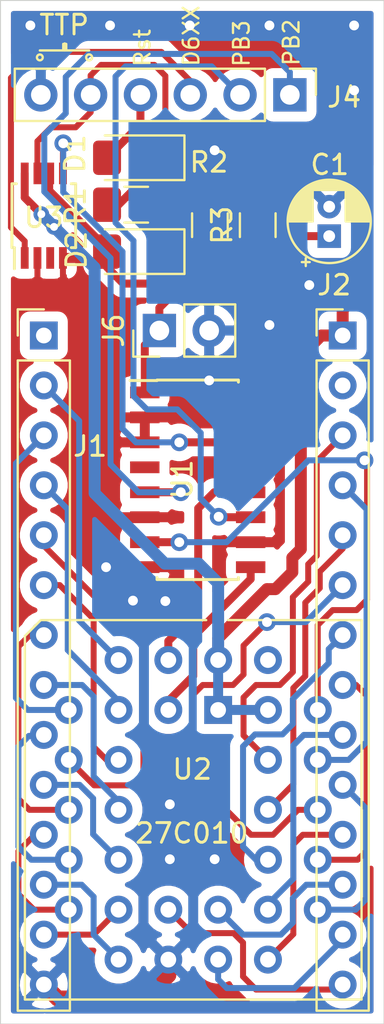
<source format=kicad_pcb>
(kicad_pcb (version 20171130) (host pcbnew "(5.1.0)-1")

  (general
    (thickness 1.6)
    (drawings 16)
    (tracks 357)
    (zones 0)
    (modules 13)
    (nets 38)
  )

  (page A4)
  (layers
    (0 F.Cu signal)
    (31 B.Cu signal)
    (32 B.Adhes user)
    (33 F.Adhes user)
    (34 B.Paste user)
    (35 F.Paste user)
    (36 B.SilkS user)
    (37 F.SilkS user)
    (38 B.Mask user)
    (39 F.Mask user)
    (40 Dwgs.User user)
    (41 Cmts.User user)
    (42 Eco1.User user)
    (43 Eco2.User user)
    (44 Edge.Cuts user)
    (45 Margin user)
    (46 B.CrtYd user)
    (47 F.CrtYd user)
    (48 B.Fab user hide)
    (49 F.Fab user hide)
  )

  (setup
    (last_trace_width 0.508)
    (user_trace_width 0.254)
    (user_trace_width 0.3048)
    (user_trace_width 0.4064)
    (user_trace_width 0.508)
    (user_trace_width 0.6096)
    (user_trace_width 0.8128)
    (trace_clearance 0.2)
    (zone_clearance 0.508)
    (zone_45_only no)
    (trace_min 0.2)
    (via_size 0.8)
    (via_drill 0.4)
    (via_min_size 0.4)
    (via_min_drill 0.3)
    (user_via 0.9 0.5)
    (uvia_size 0.3)
    (uvia_drill 0.1)
    (uvias_allowed no)
    (uvia_min_size 0.2)
    (uvia_min_drill 0.1)
    (edge_width 0.05)
    (segment_width 0.2)
    (pcb_text_width 0.3)
    (pcb_text_size 1.5 1.5)
    (mod_edge_width 0.12)
    (mod_text_size 1 1)
    (mod_text_width 0.15)
    (pad_size 1.524 1.524)
    (pad_drill 0.762)
    (pad_to_mask_clearance 0.051)
    (solder_mask_min_width 0.25)
    (aux_axis_origin 122.428 104.902)
    (visible_elements 7FFFFFFF)
    (pcbplotparams
      (layerselection 0x010f0_ffffffff)
      (usegerberextensions true)
      (usegerberattributes false)
      (usegerberadvancedattributes false)
      (creategerberjobfile false)
      (excludeedgelayer true)
      (linewidth 0.100000)
      (plotframeref false)
      (viasonmask false)
      (mode 1)
      (useauxorigin false)
      (hpglpennumber 1)
      (hpglpenspeed 20)
      (hpglpendiameter 15.000000)
      (psnegative false)
      (psa4output false)
      (plotreference true)
      (plotvalue false)
      (plotinvisibletext false)
      (padsonsilk false)
      (subtractmaskfromsilk true)
      (outputformat 1)
      (mirror false)
      (drillshape 0)
      (scaleselection 1)
      (outputdirectory "Gerber/"))
  )

  (net 0 "")
  (net 1 VCC)
  (net 2 GND)
  (net 3 D2)
  (net 4 A13)
  (net 5 D1)
  (net 6 A8)
  (net 7 D0)
  (net 8 A9)
  (net 9 A0)
  (net 10 A11)
  (net 11 A1)
  (net 12 OE)
  (net 13 A2)
  (net 14 A10)
  (net 15 A3)
  (net 16 CE)
  (net 17 A4)
  (net 18 D7)
  (net 19 A5)
  (net 20 D6)
  (net 21 A6)
  (net 22 D5)
  (net 23 A7)
  (net 24 D4)
  (net 25 A12)
  (net 26 D3)
  (net 27 A16)
  (net 28 "Net-(C1-Pad1)")
  (net 29 RST)
  (net 30 "Net-(D1-Pad1)")
  (net 31 PB3)
  (net 32 PB2)
  (net 33 D6XX)
  (net 34 "Net-(J6-Pad1)")
  (net 35 "Net-(U1-Pad12)")
  (net 36 "Net-(U1-Pad9)")
  (net 37 "Net-(U1-Pad7)")

  (net_class Default "To jest domyślna klasa połączeń."
    (clearance 0.2)
    (trace_width 0.25)
    (via_dia 0.8)
    (via_drill 0.4)
    (uvia_dia 0.3)
    (uvia_drill 0.1)
    (add_net A0)
    (add_net A1)
    (add_net A10)
    (add_net A11)
    (add_net A12)
    (add_net A13)
    (add_net A16)
    (add_net A2)
    (add_net A3)
    (add_net A4)
    (add_net A5)
    (add_net A6)
    (add_net A7)
    (add_net A8)
    (add_net A9)
    (add_net CE)
    (add_net D0)
    (add_net D1)
    (add_net D2)
    (add_net D3)
    (add_net D4)
    (add_net D5)
    (add_net D6)
    (add_net D6XX)
    (add_net D7)
    (add_net GND)
    (add_net "Net-(C1-Pad1)")
    (add_net "Net-(D1-Pad1)")
    (add_net "Net-(J6-Pad1)")
    (add_net "Net-(U1-Pad12)")
    (add_net "Net-(U1-Pad7)")
    (add_net "Net-(U1-Pad9)")
    (add_net OE)
    (add_net PB2)
    (add_net PB3)
    (add_net RST)
    (add_net VCC)
  )

  (module Package_SO:SOIC-16_3.9x9.9mm_P1.27mm (layer F.Cu) (tedit 5A02F2D3) (tstamp 60467B61)
    (at 132.4864 77.216)
    (descr "16-Lead Plastic Small Outline (SL) - Narrow, 3.90 mm Body [SOIC] (see Microchip Packaging Specification 00000049BS.pdf)")
    (tags "SOIC 1.27")
    (path /604714F1)
    (attr smd)
    (fp_text reference U1 (at -0.7874 -0.0254 90) (layer F.SilkS)
      (effects (font (size 1 1) (thickness 0.15)))
    )
    (fp_text value 74LS157 (at 0 6) (layer F.Fab)
      (effects (font (size 1 1) (thickness 0.15)))
    )
    (fp_line (start -2.075 -5.05) (end -3.45 -5.05) (layer F.SilkS) (width 0.15))
    (fp_line (start -2.075 5.075) (end 2.075 5.075) (layer F.SilkS) (width 0.15))
    (fp_line (start -2.075 -5.075) (end 2.075 -5.075) (layer F.SilkS) (width 0.15))
    (fp_line (start -2.075 5.075) (end -2.075 4.97) (layer F.SilkS) (width 0.15))
    (fp_line (start 2.075 5.075) (end 2.075 4.97) (layer F.SilkS) (width 0.15))
    (fp_line (start 2.075 -5.075) (end 2.075 -4.97) (layer F.SilkS) (width 0.15))
    (fp_line (start -2.075 -5.075) (end -2.075 -5.05) (layer F.SilkS) (width 0.15))
    (fp_line (start -3.7 5.25) (end 3.7 5.25) (layer F.CrtYd) (width 0.05))
    (fp_line (start -3.7 -5.25) (end 3.7 -5.25) (layer F.CrtYd) (width 0.05))
    (fp_line (start 3.7 -5.25) (end 3.7 5.25) (layer F.CrtYd) (width 0.05))
    (fp_line (start -3.7 -5.25) (end -3.7 5.25) (layer F.CrtYd) (width 0.05))
    (fp_line (start -1.95 -3.95) (end -0.95 -4.95) (layer F.Fab) (width 0.15))
    (fp_line (start -1.95 4.95) (end -1.95 -3.95) (layer F.Fab) (width 0.15))
    (fp_line (start 1.95 4.95) (end -1.95 4.95) (layer F.Fab) (width 0.15))
    (fp_line (start 1.95 -4.95) (end 1.95 4.95) (layer F.Fab) (width 0.15))
    (fp_line (start -0.95 -4.95) (end 1.95 -4.95) (layer F.Fab) (width 0.15))
    (fp_text user %R (at 0 0) (layer F.Fab)
      (effects (font (size 0.9 0.9) (thickness 0.135)))
    )
    (pad 16 smd rect (at 2.7 -4.445) (size 1.5 0.6) (layers F.Cu F.Paste F.Mask)
      (net 1 VCC))
    (pad 15 smd rect (at 2.7 -3.175) (size 1.5 0.6) (layers F.Cu F.Paste F.Mask)
      (net 2 GND))
    (pad 14 smd rect (at 2.7 -1.905) (size 1.5 0.6) (layers F.Cu F.Paste F.Mask)
      (net 27 A16))
    (pad 13 smd rect (at 2.7 -0.635) (size 1.5 0.6) (layers F.Cu F.Paste F.Mask)
      (net 2 GND))
    (pad 12 smd rect (at 2.7 0.635) (size 1.5 0.6) (layers F.Cu F.Paste F.Mask)
      (net 35 "Net-(U1-Pad12)"))
    (pad 11 smd rect (at 2.7 1.905) (size 1.5 0.6) (layers F.Cu F.Paste F.Mask)
      (net 31 PB3))
    (pad 10 smd rect (at 2.7 3.175) (size 1.5 0.6) (layers F.Cu F.Paste F.Mask)
      (net 2 GND))
    (pad 9 smd rect (at 2.7 4.445) (size 1.5 0.6) (layers F.Cu F.Paste F.Mask)
      (net 36 "Net-(U1-Pad9)"))
    (pad 8 smd rect (at -2.7 4.445) (size 1.5 0.6) (layers F.Cu F.Paste F.Mask)
      (net 2 GND))
    (pad 7 smd rect (at -2.7 3.175) (size 1.5 0.6) (layers F.Cu F.Paste F.Mask)
      (net 37 "Net-(U1-Pad7)"))
    (pad 6 smd rect (at -2.7 1.905) (size 1.5 0.6) (layers F.Cu F.Paste F.Mask)
      (net 2 GND))
    (pad 5 smd rect (at -2.7 0.635) (size 1.5 0.6) (layers F.Cu F.Paste F.Mask)
      (net 32 PB2))
    (pad 4 smd rect (at -2.7 -0.635) (size 1.5 0.6) (layers F.Cu F.Paste F.Mask))
    (pad 3 smd rect (at -2.7 -1.905) (size 1.5 0.6) (layers F.Cu F.Paste F.Mask)
      (net 2 GND))
    (pad 2 smd rect (at -2.7 -3.175) (size 1.5 0.6) (layers F.Cu F.Paste F.Mask)
      (net 2 GND))
    (pad 1 smd rect (at -2.7 -4.445) (size 1.5 0.6) (layers F.Cu F.Paste F.Mask)
      (net 34 "Net-(J6-Pad1)"))
    (model ${KISYS3DMOD}/Package_SO.3dshapes/SOIC-16_3.9x9.9mm_P1.27mm.wrl
      (at (xyz 0 0 0))
      (scale (xyz 1 1 1))
      (rotate (xyz 0 0 0))
    )
  )

  (module Resistor_SMD:R_1206_3216Metric_Pad1.42x1.75mm_HandSolder (layer F.Cu) (tedit 5B301BBD) (tstamp 60467B3C)
    (at 135.5471 64.262 90)
    (descr "Resistor SMD 1206 (3216 Metric), square (rectangular) end terminal, IPC_7351 nominal with elongated pad for handsoldering. (Body size source: http://www.tortai-tech.com/upload/download/2011102023233369053.pdf), generated with kicad-footprint-generator")
    (tags "resistor handsolder")
    (path /60476C34)
    (attr smd)
    (fp_text reference R3 (at 0 -1.82 90) (layer F.SilkS)
      (effects (font (size 1 1) (thickness 0.15)))
    )
    (fp_text value 10k (at 0 1.82 90) (layer F.Fab)
      (effects (font (size 1 1) (thickness 0.15)))
    )
    (fp_text user %R (at 0 0 90) (layer F.Fab)
      (effects (font (size 0.8 0.8) (thickness 0.12)))
    )
    (fp_line (start 2.45 1.12) (end -2.45 1.12) (layer F.CrtYd) (width 0.05))
    (fp_line (start 2.45 -1.12) (end 2.45 1.12) (layer F.CrtYd) (width 0.05))
    (fp_line (start -2.45 -1.12) (end 2.45 -1.12) (layer F.CrtYd) (width 0.05))
    (fp_line (start -2.45 1.12) (end -2.45 -1.12) (layer F.CrtYd) (width 0.05))
    (fp_line (start -0.602064 0.91) (end 0.602064 0.91) (layer F.SilkS) (width 0.12))
    (fp_line (start -0.602064 -0.91) (end 0.602064 -0.91) (layer F.SilkS) (width 0.12))
    (fp_line (start 1.6 0.8) (end -1.6 0.8) (layer F.Fab) (width 0.1))
    (fp_line (start 1.6 -0.8) (end 1.6 0.8) (layer F.Fab) (width 0.1))
    (fp_line (start -1.6 -0.8) (end 1.6 -0.8) (layer F.Fab) (width 0.1))
    (fp_line (start -1.6 0.8) (end -1.6 -0.8) (layer F.Fab) (width 0.1))
    (pad 2 smd roundrect (at 1.4875 0 90) (size 1.425 1.75) (layers F.Cu F.Paste F.Mask) (roundrect_rratio 0.175439)
      (net 1 VCC))
    (pad 1 smd roundrect (at -1.4875 0 90) (size 1.425 1.75) (layers F.Cu F.Paste F.Mask) (roundrect_rratio 0.175439)
      (net 34 "Net-(J6-Pad1)"))
    (model ${KISYS3DMOD}/Resistor_SMD.3dshapes/R_1206_3216Metric.wrl
      (at (xyz 0 0 0))
      (scale (xyz 1 1 1))
      (rotate (xyz 0 0 0))
    )
  )

  (module Connector_PinHeader_2.54mm:PinHeader_1x02_P2.54mm_Vertical (layer F.Cu) (tedit 59FED5CC) (tstamp 60467AEB)
    (at 130.5306 69.6214 90)
    (descr "Through hole straight pin header, 1x02, 2.54mm pitch, single row")
    (tags "Through hole pin header THT 1x02 2.54mm single row")
    (path /60477FE4)
    (fp_text reference J6 (at 0 -2.33 90) (layer F.SilkS)
      (effects (font (size 1 1) (thickness 0.15)))
    )
    (fp_text value TTP_sel (at 0 4.87 90) (layer F.Fab)
      (effects (font (size 1 1) (thickness 0.15)))
    )
    (fp_text user %R (at 0 1.27 180) (layer F.Fab)
      (effects (font (size 1 1) (thickness 0.15)))
    )
    (fp_line (start 1.8 -1.8) (end -1.8 -1.8) (layer F.CrtYd) (width 0.05))
    (fp_line (start 1.8 4.35) (end 1.8 -1.8) (layer F.CrtYd) (width 0.05))
    (fp_line (start -1.8 4.35) (end 1.8 4.35) (layer F.CrtYd) (width 0.05))
    (fp_line (start -1.8 -1.8) (end -1.8 4.35) (layer F.CrtYd) (width 0.05))
    (fp_line (start -1.33 -1.33) (end 0 -1.33) (layer F.SilkS) (width 0.12))
    (fp_line (start -1.33 0) (end -1.33 -1.33) (layer F.SilkS) (width 0.12))
    (fp_line (start -1.33 1.27) (end 1.33 1.27) (layer F.SilkS) (width 0.12))
    (fp_line (start 1.33 1.27) (end 1.33 3.87) (layer F.SilkS) (width 0.12))
    (fp_line (start -1.33 1.27) (end -1.33 3.87) (layer F.SilkS) (width 0.12))
    (fp_line (start -1.33 3.87) (end 1.33 3.87) (layer F.SilkS) (width 0.12))
    (fp_line (start -1.27 -0.635) (end -0.635 -1.27) (layer F.Fab) (width 0.1))
    (fp_line (start -1.27 3.81) (end -1.27 -0.635) (layer F.Fab) (width 0.1))
    (fp_line (start 1.27 3.81) (end -1.27 3.81) (layer F.Fab) (width 0.1))
    (fp_line (start 1.27 -1.27) (end 1.27 3.81) (layer F.Fab) (width 0.1))
    (fp_line (start -0.635 -1.27) (end 1.27 -1.27) (layer F.Fab) (width 0.1))
    (pad 2 thru_hole oval (at 0 2.54 90) (size 1.7 1.7) (drill 1) (layers *.Cu *.Mask)
      (net 2 GND))
    (pad 1 thru_hole rect (at 0 0 90) (size 1.7 1.7) (drill 1) (layers *.Cu *.Mask)
      (net 34 "Net-(J6-Pad1)"))
    (model ${KISYS3DMOD}/Connector_PinHeader_2.54mm.3dshapes/PinHeader_1x02_P2.54mm_Vertical.wrl
      (at (xyz 0 0 0))
      (scale (xyz 1 1 1))
      (rotate (xyz 0 0 0))
    )
  )

  (module Capacitor_THT:CP_Radial_D4.0mm_P1.50mm (layer F.Cu) (tedit 5AE50EF0) (tstamp 60033AD0)
    (at 139.192 64.8208 90)
    (descr "CP, Radial series, Radial, pin pitch=1.50mm, , diameter=4mm, Electrolytic Capacitor")
    (tags "CP Radial series Radial pin pitch 1.50mm  diameter 4mm Electrolytic Capacitor")
    (path /60037A09)
    (fp_text reference C1 (at 3.6336 0.0254 180) (layer F.SilkS)
      (effects (font (size 1 1) (thickness 0.15)))
    )
    (fp_text value 1uF (at 0.75 3.25 90) (layer F.Fab)
      (effects (font (size 1 1) (thickness 0.15)))
    )
    (fp_text user %R (at 0.75 0 90) (layer F.Fab)
      (effects (font (size 0.8 0.8) (thickness 0.12)))
    )
    (fp_line (start -1.319801 -1.395) (end -1.319801 -0.995) (layer F.SilkS) (width 0.12))
    (fp_line (start -1.519801 -1.195) (end -1.119801 -1.195) (layer F.SilkS) (width 0.12))
    (fp_line (start 2.831 -0.37) (end 2.831 0.37) (layer F.SilkS) (width 0.12))
    (fp_line (start 2.791 -0.537) (end 2.791 0.537) (layer F.SilkS) (width 0.12))
    (fp_line (start 2.751 -0.664) (end 2.751 0.664) (layer F.SilkS) (width 0.12))
    (fp_line (start 2.711 -0.768) (end 2.711 0.768) (layer F.SilkS) (width 0.12))
    (fp_line (start 2.671 -0.859) (end 2.671 0.859) (layer F.SilkS) (width 0.12))
    (fp_line (start 2.631 -0.94) (end 2.631 0.94) (layer F.SilkS) (width 0.12))
    (fp_line (start 2.591 -1.013) (end 2.591 1.013) (layer F.SilkS) (width 0.12))
    (fp_line (start 2.551 -1.08) (end 2.551 1.08) (layer F.SilkS) (width 0.12))
    (fp_line (start 2.511 -1.142) (end 2.511 1.142) (layer F.SilkS) (width 0.12))
    (fp_line (start 2.471 -1.2) (end 2.471 1.2) (layer F.SilkS) (width 0.12))
    (fp_line (start 2.431 -1.254) (end 2.431 1.254) (layer F.SilkS) (width 0.12))
    (fp_line (start 2.391 -1.304) (end 2.391 1.304) (layer F.SilkS) (width 0.12))
    (fp_line (start 2.351 -1.351) (end 2.351 1.351) (layer F.SilkS) (width 0.12))
    (fp_line (start 2.311 0.84) (end 2.311 1.396) (layer F.SilkS) (width 0.12))
    (fp_line (start 2.311 -1.396) (end 2.311 -0.84) (layer F.SilkS) (width 0.12))
    (fp_line (start 2.271 0.84) (end 2.271 1.438) (layer F.SilkS) (width 0.12))
    (fp_line (start 2.271 -1.438) (end 2.271 -0.84) (layer F.SilkS) (width 0.12))
    (fp_line (start 2.231 0.84) (end 2.231 1.478) (layer F.SilkS) (width 0.12))
    (fp_line (start 2.231 -1.478) (end 2.231 -0.84) (layer F.SilkS) (width 0.12))
    (fp_line (start 2.191 0.84) (end 2.191 1.516) (layer F.SilkS) (width 0.12))
    (fp_line (start 2.191 -1.516) (end 2.191 -0.84) (layer F.SilkS) (width 0.12))
    (fp_line (start 2.151 0.84) (end 2.151 1.552) (layer F.SilkS) (width 0.12))
    (fp_line (start 2.151 -1.552) (end 2.151 -0.84) (layer F.SilkS) (width 0.12))
    (fp_line (start 2.111 0.84) (end 2.111 1.587) (layer F.SilkS) (width 0.12))
    (fp_line (start 2.111 -1.587) (end 2.111 -0.84) (layer F.SilkS) (width 0.12))
    (fp_line (start 2.071 0.84) (end 2.071 1.619) (layer F.SilkS) (width 0.12))
    (fp_line (start 2.071 -1.619) (end 2.071 -0.84) (layer F.SilkS) (width 0.12))
    (fp_line (start 2.031 0.84) (end 2.031 1.65) (layer F.SilkS) (width 0.12))
    (fp_line (start 2.031 -1.65) (end 2.031 -0.84) (layer F.SilkS) (width 0.12))
    (fp_line (start 1.991 0.84) (end 1.991 1.68) (layer F.SilkS) (width 0.12))
    (fp_line (start 1.991 -1.68) (end 1.991 -0.84) (layer F.SilkS) (width 0.12))
    (fp_line (start 1.951 0.84) (end 1.951 1.708) (layer F.SilkS) (width 0.12))
    (fp_line (start 1.951 -1.708) (end 1.951 -0.84) (layer F.SilkS) (width 0.12))
    (fp_line (start 1.911 0.84) (end 1.911 1.735) (layer F.SilkS) (width 0.12))
    (fp_line (start 1.911 -1.735) (end 1.911 -0.84) (layer F.SilkS) (width 0.12))
    (fp_line (start 1.871 0.84) (end 1.871 1.76) (layer F.SilkS) (width 0.12))
    (fp_line (start 1.871 -1.76) (end 1.871 -0.84) (layer F.SilkS) (width 0.12))
    (fp_line (start 1.831 0.84) (end 1.831 1.785) (layer F.SilkS) (width 0.12))
    (fp_line (start 1.831 -1.785) (end 1.831 -0.84) (layer F.SilkS) (width 0.12))
    (fp_line (start 1.791 0.84) (end 1.791 1.808) (layer F.SilkS) (width 0.12))
    (fp_line (start 1.791 -1.808) (end 1.791 -0.84) (layer F.SilkS) (width 0.12))
    (fp_line (start 1.751 0.84) (end 1.751 1.83) (layer F.SilkS) (width 0.12))
    (fp_line (start 1.751 -1.83) (end 1.751 -0.84) (layer F.SilkS) (width 0.12))
    (fp_line (start 1.711 0.84) (end 1.711 1.851) (layer F.SilkS) (width 0.12))
    (fp_line (start 1.711 -1.851) (end 1.711 -0.84) (layer F.SilkS) (width 0.12))
    (fp_line (start 1.671 0.84) (end 1.671 1.87) (layer F.SilkS) (width 0.12))
    (fp_line (start 1.671 -1.87) (end 1.671 -0.84) (layer F.SilkS) (width 0.12))
    (fp_line (start 1.631 0.84) (end 1.631 1.889) (layer F.SilkS) (width 0.12))
    (fp_line (start 1.631 -1.889) (end 1.631 -0.84) (layer F.SilkS) (width 0.12))
    (fp_line (start 1.591 0.84) (end 1.591 1.907) (layer F.SilkS) (width 0.12))
    (fp_line (start 1.591 -1.907) (end 1.591 -0.84) (layer F.SilkS) (width 0.12))
    (fp_line (start 1.551 0.84) (end 1.551 1.924) (layer F.SilkS) (width 0.12))
    (fp_line (start 1.551 -1.924) (end 1.551 -0.84) (layer F.SilkS) (width 0.12))
    (fp_line (start 1.511 0.84) (end 1.511 1.94) (layer F.SilkS) (width 0.12))
    (fp_line (start 1.511 -1.94) (end 1.511 -0.84) (layer F.SilkS) (width 0.12))
    (fp_line (start 1.471 0.84) (end 1.471 1.954) (layer F.SilkS) (width 0.12))
    (fp_line (start 1.471 -1.954) (end 1.471 -0.84) (layer F.SilkS) (width 0.12))
    (fp_line (start 1.43 0.84) (end 1.43 1.968) (layer F.SilkS) (width 0.12))
    (fp_line (start 1.43 -1.968) (end 1.43 -0.84) (layer F.SilkS) (width 0.12))
    (fp_line (start 1.39 0.84) (end 1.39 1.982) (layer F.SilkS) (width 0.12))
    (fp_line (start 1.39 -1.982) (end 1.39 -0.84) (layer F.SilkS) (width 0.12))
    (fp_line (start 1.35 0.84) (end 1.35 1.994) (layer F.SilkS) (width 0.12))
    (fp_line (start 1.35 -1.994) (end 1.35 -0.84) (layer F.SilkS) (width 0.12))
    (fp_line (start 1.31 0.84) (end 1.31 2.005) (layer F.SilkS) (width 0.12))
    (fp_line (start 1.31 -2.005) (end 1.31 -0.84) (layer F.SilkS) (width 0.12))
    (fp_line (start 1.27 0.84) (end 1.27 2.016) (layer F.SilkS) (width 0.12))
    (fp_line (start 1.27 -2.016) (end 1.27 -0.84) (layer F.SilkS) (width 0.12))
    (fp_line (start 1.23 0.84) (end 1.23 2.025) (layer F.SilkS) (width 0.12))
    (fp_line (start 1.23 -2.025) (end 1.23 -0.84) (layer F.SilkS) (width 0.12))
    (fp_line (start 1.19 0.84) (end 1.19 2.034) (layer F.SilkS) (width 0.12))
    (fp_line (start 1.19 -2.034) (end 1.19 -0.84) (layer F.SilkS) (width 0.12))
    (fp_line (start 1.15 0.84) (end 1.15 2.042) (layer F.SilkS) (width 0.12))
    (fp_line (start 1.15 -2.042) (end 1.15 -0.84) (layer F.SilkS) (width 0.12))
    (fp_line (start 1.11 0.84) (end 1.11 2.05) (layer F.SilkS) (width 0.12))
    (fp_line (start 1.11 -2.05) (end 1.11 -0.84) (layer F.SilkS) (width 0.12))
    (fp_line (start 1.07 0.84) (end 1.07 2.056) (layer F.SilkS) (width 0.12))
    (fp_line (start 1.07 -2.056) (end 1.07 -0.84) (layer F.SilkS) (width 0.12))
    (fp_line (start 1.03 0.84) (end 1.03 2.062) (layer F.SilkS) (width 0.12))
    (fp_line (start 1.03 -2.062) (end 1.03 -0.84) (layer F.SilkS) (width 0.12))
    (fp_line (start 0.99 0.84) (end 0.99 2.067) (layer F.SilkS) (width 0.12))
    (fp_line (start 0.99 -2.067) (end 0.99 -0.84) (layer F.SilkS) (width 0.12))
    (fp_line (start 0.95 0.84) (end 0.95 2.071) (layer F.SilkS) (width 0.12))
    (fp_line (start 0.95 -2.071) (end 0.95 -0.84) (layer F.SilkS) (width 0.12))
    (fp_line (start 0.91 0.84) (end 0.91 2.074) (layer F.SilkS) (width 0.12))
    (fp_line (start 0.91 -2.074) (end 0.91 -0.84) (layer F.SilkS) (width 0.12))
    (fp_line (start 0.87 0.84) (end 0.87 2.077) (layer F.SilkS) (width 0.12))
    (fp_line (start 0.87 -2.077) (end 0.87 -0.84) (layer F.SilkS) (width 0.12))
    (fp_line (start 0.83 -2.079) (end 0.83 -0.84) (layer F.SilkS) (width 0.12))
    (fp_line (start 0.83 0.84) (end 0.83 2.079) (layer F.SilkS) (width 0.12))
    (fp_line (start 0.79 -2.08) (end 0.79 -0.84) (layer F.SilkS) (width 0.12))
    (fp_line (start 0.79 0.84) (end 0.79 2.08) (layer F.SilkS) (width 0.12))
    (fp_line (start 0.75 -2.08) (end 0.75 -0.84) (layer F.SilkS) (width 0.12))
    (fp_line (start 0.75 0.84) (end 0.75 2.08) (layer F.SilkS) (width 0.12))
    (fp_line (start -0.752554 -1.0675) (end -0.752554 -0.6675) (layer F.Fab) (width 0.1))
    (fp_line (start -0.952554 -0.8675) (end -0.552554 -0.8675) (layer F.Fab) (width 0.1))
    (fp_circle (center 0.75 0) (end 3 0) (layer F.CrtYd) (width 0.05))
    (fp_circle (center 0.75 0) (end 2.87 0) (layer F.SilkS) (width 0.12))
    (fp_circle (center 0.75 0) (end 2.75 0) (layer F.Fab) (width 0.1))
    (pad 2 thru_hole circle (at 1.5 0 90) (size 1.2 1.2) (drill 0.6) (layers *.Cu *.Mask)
      (net 2 GND))
    (pad 1 thru_hole rect (at 0 0 90) (size 1.2 1.2) (drill 0.6) (layers *.Cu *.Mask)
      (net 28 "Net-(C1-Pad1)"))
    (model ${KISYS3DMOD}/Capacitor_THT.3dshapes/CP_Radial_D4.0mm_P1.50mm.wrl
      (at (xyz 0 0 0))
      (scale (xyz 1 1 1))
      (rotate (xyz 0 0 0))
    )
  )

  (module Package_SO:TSSOP-8_3x3mm_P0.65mm (layer F.Cu) (tedit 5A02F25C) (tstamp 60045790)
    (at 124.6378 63.7794 90)
    (descr "TSSOP8: plastic thin shrink small outline package; 8 leads; body width 3 mm; (see NXP SSOP-TSSOP-VSO-REFLOW.pdf and sot505-1_po.pdf)")
    (tags "SSOP 0.65")
    (path /60071C93)
    (attr smd)
    (fp_text reference U3 (at -0.1016 0 180) (layer F.SilkS)
      (effects (font (size 1 1) (thickness 0.15)))
    )
    (fp_text value 74LVC2G74 (at 0 2.55 90) (layer F.Fab)
      (effects (font (size 1 1) (thickness 0.15)))
    )
    (fp_text user %R (at 0 0 90) (layer F.Fab)
      (effects (font (size 0.6 0.6) (thickness 0.15)))
    )
    (fp_line (start -1.625 -1.5) (end -2.7 -1.5) (layer F.SilkS) (width 0.15))
    (fp_line (start -1.625 1.625) (end 1.625 1.625) (layer F.SilkS) (width 0.15))
    (fp_line (start -1.625 -1.625) (end 1.625 -1.625) (layer F.SilkS) (width 0.15))
    (fp_line (start -1.625 1.625) (end -1.625 1.4) (layer F.SilkS) (width 0.15))
    (fp_line (start 1.625 1.625) (end 1.625 1.4) (layer F.SilkS) (width 0.15))
    (fp_line (start 1.625 -1.625) (end 1.625 -1.4) (layer F.SilkS) (width 0.15))
    (fp_line (start -1.625 -1.625) (end -1.625 -1.5) (layer F.SilkS) (width 0.15))
    (fp_line (start -2.95 1.8) (end 2.95 1.8) (layer F.CrtYd) (width 0.05))
    (fp_line (start -2.95 -1.8) (end 2.95 -1.8) (layer F.CrtYd) (width 0.05))
    (fp_line (start 2.95 -1.8) (end 2.95 1.8) (layer F.CrtYd) (width 0.05))
    (fp_line (start -2.95 -1.8) (end -2.95 1.8) (layer F.CrtYd) (width 0.05))
    (fp_line (start -1.5 -0.5) (end -0.5 -1.5) (layer F.Fab) (width 0.15))
    (fp_line (start -1.5 1.5) (end -1.5 -0.5) (layer F.Fab) (width 0.15))
    (fp_line (start 1.5 1.5) (end -1.5 1.5) (layer F.Fab) (width 0.15))
    (fp_line (start 1.5 -1.5) (end 1.5 1.5) (layer F.Fab) (width 0.15))
    (fp_line (start -0.5 -1.5) (end 1.5 -1.5) (layer F.Fab) (width 0.15))
    (pad 8 smd rect (at 2.15 -0.975 90) (size 1.1 0.4) (layers F.Cu F.Paste F.Mask)
      (net 1 VCC))
    (pad 7 smd rect (at 2.15 -0.325 90) (size 1.1 0.4) (layers F.Cu F.Paste F.Mask)
      (net 30 "Net-(D1-Pad1)"))
    (pad 6 smd rect (at 2.15 0.325 90) (size 1.1 0.4) (layers F.Cu F.Paste F.Mask)
      (net 28 "Net-(C1-Pad1)"))
    (pad 5 smd rect (at 2.15 0.975 90) (size 1.1 0.4) (layers F.Cu F.Paste F.Mask)
      (net 27 A16))
    (pad 4 smd rect (at -2.15 0.975 90) (size 1.1 0.4) (layers F.Cu F.Paste F.Mask)
      (net 2 GND))
    (pad 3 smd rect (at -2.15 0.325 90) (size 1.1 0.4) (layers F.Cu F.Paste F.Mask))
    (pad 2 smd rect (at -2.15 -0.325 90) (size 1.1 0.4) (layers F.Cu F.Paste F.Mask)
      (net 2 GND))
    (pad 1 smd rect (at -2.15 -0.975 90) (size 1.1 0.4) (layers F.Cu F.Paste F.Mask)
      (net 33 D6XX))
    (model ${KISYS3DMOD}/Package_SO.3dshapes/TSSOP-8_3x3mm_P0.65mm.wrl
      (at (xyz 0 0 0))
      (scale (xyz 1 1 1))
      (rotate (xyz 0 0 0))
    )
  )

  (module Connector_PinHeader_2.54mm:PinHeader_1x06_P2.54mm_Vertical (layer F.Cu) (tedit 59FED5CC) (tstamp 60035219)
    (at 137.1854 57.6326 270)
    (descr "Through hole straight pin header, 1x06, 2.54mm pitch, single row")
    (tags "Through hole pin header THT 1x06 2.54mm single row")
    (path /60038A41)
    (fp_text reference J4 (at 0.127 -2.7686) (layer F.SilkS)
      (effects (font (size 1 1) (thickness 0.15)))
    )
    (fp_text value Signals (at 0 15.03 270) (layer F.Fab)
      (effects (font (size 1 1) (thickness 0.15)))
    )
    (fp_text user %R (at 0 6.35) (layer F.Fab)
      (effects (font (size 1 1) (thickness 0.15)))
    )
    (fp_line (start 1.8 -1.8) (end -1.8 -1.8) (layer F.CrtYd) (width 0.05))
    (fp_line (start 1.8 14.5) (end 1.8 -1.8) (layer F.CrtYd) (width 0.05))
    (fp_line (start -1.8 14.5) (end 1.8 14.5) (layer F.CrtYd) (width 0.05))
    (fp_line (start -1.8 -1.8) (end -1.8 14.5) (layer F.CrtYd) (width 0.05))
    (fp_line (start -1.33 -1.33) (end 0 -1.33) (layer F.SilkS) (width 0.12))
    (fp_line (start -1.33 0) (end -1.33 -1.33) (layer F.SilkS) (width 0.12))
    (fp_line (start -1.33 1.27) (end 1.33 1.27) (layer F.SilkS) (width 0.12))
    (fp_line (start 1.33 1.27) (end 1.33 14.03) (layer F.SilkS) (width 0.12))
    (fp_line (start -1.33 1.27) (end -1.33 14.03) (layer F.SilkS) (width 0.12))
    (fp_line (start -1.33 14.03) (end 1.33 14.03) (layer F.SilkS) (width 0.12))
    (fp_line (start -1.27 -0.635) (end -0.635 -1.27) (layer F.Fab) (width 0.1))
    (fp_line (start -1.27 13.97) (end -1.27 -0.635) (layer F.Fab) (width 0.1))
    (fp_line (start 1.27 13.97) (end -1.27 13.97) (layer F.Fab) (width 0.1))
    (fp_line (start 1.27 -1.27) (end 1.27 13.97) (layer F.Fab) (width 0.1))
    (fp_line (start -0.635 -1.27) (end 1.27 -1.27) (layer F.Fab) (width 0.1))
    (pad 6 thru_hole oval (at 0 12.7 270) (size 1.7 1.7) (drill 1) (layers *.Cu *.Mask)
      (net 2 GND))
    (pad 5 thru_hole oval (at 0 10.16 270) (size 1.7 1.7) (drill 1) (layers *.Cu *.Mask)
      (net 30 "Net-(D1-Pad1)"))
    (pad 4 thru_hole oval (at 0 7.62 270) (size 1.7 1.7) (drill 1) (layers *.Cu *.Mask)
      (net 29 RST))
    (pad 3 thru_hole oval (at 0 5.08 270) (size 1.7 1.7) (drill 1) (layers *.Cu *.Mask)
      (net 33 D6XX))
    (pad 2 thru_hole oval (at 0 2.54 270) (size 1.7 1.7) (drill 1) (layers *.Cu *.Mask)
      (net 31 PB3))
    (pad 1 thru_hole rect (at 0 0 270) (size 1.7 1.7) (drill 1) (layers *.Cu *.Mask)
      (net 32 PB2))
    (model ${KISYS3DMOD}/Connector_PinHeader_2.54mm.3dshapes/PinHeader_1x06_P2.54mm_Vertical.wrl
      (at (xyz 0 0 0))
      (scale (xyz 1 1 1))
      (rotate (xyz 0 0 0))
    )
  )

  (module Resistor_SMD:R_1206_3216Metric_Pad1.42x1.75mm_HandSolder (layer F.Cu) (tedit 5B301BBD) (tstamp 60033BD4)
    (at 133.1087 64.262 270)
    (descr "Resistor SMD 1206 (3216 Metric), square (rectangular) end terminal, IPC_7351 nominal with elongated pad for handsoldering. (Body size source: http://www.tortai-tech.com/upload/download/2011102023233369053.pdf), generated with kicad-footprint-generator")
    (tags "resistor handsolder")
    (path /60036AB6)
    (attr smd)
    (fp_text reference R2 (at -3.2004 0.0508) (layer F.SilkS)
      (effects (font (size 1 1) (thickness 0.15)))
    )
    (fp_text value 4k7 (at 0 1.82 270) (layer F.Fab)
      (effects (font (size 1 1) (thickness 0.15)))
    )
    (fp_text user %R (at 0 0 270) (layer F.Fab)
      (effects (font (size 0.8 0.8) (thickness 0.12)))
    )
    (fp_line (start 2.45 1.12) (end -2.45 1.12) (layer F.CrtYd) (width 0.05))
    (fp_line (start 2.45 -1.12) (end 2.45 1.12) (layer F.CrtYd) (width 0.05))
    (fp_line (start -2.45 -1.12) (end 2.45 -1.12) (layer F.CrtYd) (width 0.05))
    (fp_line (start -2.45 1.12) (end -2.45 -1.12) (layer F.CrtYd) (width 0.05))
    (fp_line (start -0.602064 0.91) (end 0.602064 0.91) (layer F.SilkS) (width 0.12))
    (fp_line (start -0.602064 -0.91) (end 0.602064 -0.91) (layer F.SilkS) (width 0.12))
    (fp_line (start 1.6 0.8) (end -1.6 0.8) (layer F.Fab) (width 0.1))
    (fp_line (start 1.6 -0.8) (end 1.6 0.8) (layer F.Fab) (width 0.1))
    (fp_line (start -1.6 -0.8) (end 1.6 -0.8) (layer F.Fab) (width 0.1))
    (fp_line (start -1.6 0.8) (end -1.6 -0.8) (layer F.Fab) (width 0.1))
    (pad 2 smd roundrect (at 1.4875 0 270) (size 1.425 1.75) (layers F.Cu F.Paste F.Mask) (roundrect_rratio 0.175439)
      (net 28 "Net-(C1-Pad1)"))
    (pad 1 smd roundrect (at -1.4875 0 270) (size 1.425 1.75) (layers F.Cu F.Paste F.Mask) (roundrect_rratio 0.175439)
      (net 1 VCC))
    (model ${KISYS3DMOD}/Resistor_SMD.3dshapes/R_1206_3216Metric.wrl
      (at (xyz 0 0 0))
      (scale (xyz 1 1 1))
      (rotate (xyz 0 0 0))
    )
  )

  (module Resistor_SMD:R_1206_3216Metric_Pad1.42x1.75mm_HandSolder (layer F.Cu) (tedit 5B301BBD) (tstamp 60033BC3)
    (at 129.3495 63.2206)
    (descr "Resistor SMD 1206 (3216 Metric), square (rectangular) end terminal, IPC_7351 nominal with elongated pad for handsoldering. (Body size source: http://www.tortai-tech.com/upload/download/2011102023233369053.pdf), generated with kicad-footprint-generator")
    (tags "resistor handsolder")
    (path /60037267)
    (attr smd)
    (fp_text reference R1 (at -3.0988 0.0762 90) (layer F.SilkS)
      (effects (font (size 1 1) (thickness 0.15)))
    )
    (fp_text value 4k7 (at 0 1.82) (layer F.Fab)
      (effects (font (size 1 1) (thickness 0.15)))
    )
    (fp_text user %R (at 0 0) (layer F.Fab)
      (effects (font (size 0.8 0.8) (thickness 0.12)))
    )
    (fp_line (start 2.45 1.12) (end -2.45 1.12) (layer F.CrtYd) (width 0.05))
    (fp_line (start 2.45 -1.12) (end 2.45 1.12) (layer F.CrtYd) (width 0.05))
    (fp_line (start -2.45 -1.12) (end 2.45 -1.12) (layer F.CrtYd) (width 0.05))
    (fp_line (start -2.45 1.12) (end -2.45 -1.12) (layer F.CrtYd) (width 0.05))
    (fp_line (start -0.602064 0.91) (end 0.602064 0.91) (layer F.SilkS) (width 0.12))
    (fp_line (start -0.602064 -0.91) (end 0.602064 -0.91) (layer F.SilkS) (width 0.12))
    (fp_line (start 1.6 0.8) (end -1.6 0.8) (layer F.Fab) (width 0.1))
    (fp_line (start 1.6 -0.8) (end 1.6 0.8) (layer F.Fab) (width 0.1))
    (fp_line (start -1.6 -0.8) (end 1.6 -0.8) (layer F.Fab) (width 0.1))
    (fp_line (start -1.6 0.8) (end -1.6 -0.8) (layer F.Fab) (width 0.1))
    (pad 2 smd roundrect (at 1.4875 0) (size 1.425 1.75) (layers F.Cu F.Paste F.Mask) (roundrect_rratio 0.175439)
      (net 1 VCC))
    (pad 1 smd roundrect (at -1.4875 0) (size 1.425 1.75) (layers F.Cu F.Paste F.Mask) (roundrect_rratio 0.175439)
      (net 30 "Net-(D1-Pad1)"))
    (model ${KISYS3DMOD}/Resistor_SMD.3dshapes/R_1206_3216Metric.wrl
      (at (xyz 0 0 0))
      (scale (xyz 1 1 1))
      (rotate (xyz 0 0 0))
    )
  )

  (module Diode_SMD:D_1206_3216Metric_Pad1.42x1.75mm_HandSolder (layer F.Cu) (tedit 5B4B45C8) (tstamp 60033AF6)
    (at 129.3495 65.6082 180)
    (descr "Diode SMD 1206 (3216 Metric), square (rectangular) end terminal, IPC_7351 nominal, (Body size source: http://www.tortai-tech.com/upload/download/2011102023233369053.pdf), generated with kicad-footprint-generator")
    (tags "diode handsolder")
    (path /60036117)
    (attr smd)
    (fp_text reference D2 (at 3.048 0.0762 270) (layer F.SilkS)
      (effects (font (size 1 1) (thickness 0.15)))
    )
    (fp_text value 1N4148 (at 0 1.82 180) (layer F.Fab)
      (effects (font (size 1 1) (thickness 0.15)))
    )
    (fp_text user %R (at 0 0 180) (layer F.Fab)
      (effects (font (size 0.8 0.8) (thickness 0.12)))
    )
    (fp_line (start 2.45 1.12) (end -2.45 1.12) (layer F.CrtYd) (width 0.05))
    (fp_line (start 2.45 -1.12) (end 2.45 1.12) (layer F.CrtYd) (width 0.05))
    (fp_line (start -2.45 -1.12) (end 2.45 -1.12) (layer F.CrtYd) (width 0.05))
    (fp_line (start -2.45 1.12) (end -2.45 -1.12) (layer F.CrtYd) (width 0.05))
    (fp_line (start -2.46 1.135) (end 1.6 1.135) (layer F.SilkS) (width 0.12))
    (fp_line (start -2.46 -1.135) (end -2.46 1.135) (layer F.SilkS) (width 0.12))
    (fp_line (start 1.6 -1.135) (end -2.46 -1.135) (layer F.SilkS) (width 0.12))
    (fp_line (start 1.6 0.8) (end 1.6 -0.8) (layer F.Fab) (width 0.1))
    (fp_line (start -1.6 0.8) (end 1.6 0.8) (layer F.Fab) (width 0.1))
    (fp_line (start -1.6 -0.4) (end -1.6 0.8) (layer F.Fab) (width 0.1))
    (fp_line (start -1.2 -0.8) (end -1.6 -0.4) (layer F.Fab) (width 0.1))
    (fp_line (start 1.6 -0.8) (end -1.2 -0.8) (layer F.Fab) (width 0.1))
    (pad 2 smd roundrect (at 1.4875 0 180) (size 1.425 1.75) (layers F.Cu F.Paste F.Mask) (roundrect_rratio 0.175439)
      (net 28 "Net-(C1-Pad1)"))
    (pad 1 smd roundrect (at -1.4875 0 180) (size 1.425 1.75) (layers F.Cu F.Paste F.Mask) (roundrect_rratio 0.175439)
      (net 1 VCC))
    (model ${KISYS3DMOD}/Diode_SMD.3dshapes/D_1206_3216Metric.wrl
      (at (xyz 0 0 0))
      (scale (xyz 1 1 1))
      (rotate (xyz 0 0 0))
    )
  )

  (module Diode_SMD:D_1206_3216Metric_Pad1.42x1.75mm_HandSolder (layer F.Cu) (tedit 5B4B45C8) (tstamp 60033AE3)
    (at 129.3495 60.833 180)
    (descr "Diode SMD 1206 (3216 Metric), square (rectangular) end terminal, IPC_7351 nominal, (Body size source: http://www.tortai-tech.com/upload/download/2011102023233369053.pdf), generated with kicad-footprint-generator")
    (tags "diode handsolder")
    (path /60034BD5)
    (attr smd)
    (fp_text reference D1 (at 3.1242 0.2032 270) (layer F.SilkS)
      (effects (font (size 1 1) (thickness 0.15)))
    )
    (fp_text value 1N4148 (at 0 1.82 180) (layer F.Fab)
      (effects (font (size 1 1) (thickness 0.15)))
    )
    (fp_text user %R (at 0 0 180) (layer F.Fab)
      (effects (font (size 0.8 0.8) (thickness 0.12)))
    )
    (fp_line (start 2.45 1.12) (end -2.45 1.12) (layer F.CrtYd) (width 0.05))
    (fp_line (start 2.45 -1.12) (end 2.45 1.12) (layer F.CrtYd) (width 0.05))
    (fp_line (start -2.45 -1.12) (end 2.45 -1.12) (layer F.CrtYd) (width 0.05))
    (fp_line (start -2.45 1.12) (end -2.45 -1.12) (layer F.CrtYd) (width 0.05))
    (fp_line (start -2.46 1.135) (end 1.6 1.135) (layer F.SilkS) (width 0.12))
    (fp_line (start -2.46 -1.135) (end -2.46 1.135) (layer F.SilkS) (width 0.12))
    (fp_line (start 1.6 -1.135) (end -2.46 -1.135) (layer F.SilkS) (width 0.12))
    (fp_line (start 1.6 0.8) (end 1.6 -0.8) (layer F.Fab) (width 0.1))
    (fp_line (start -1.6 0.8) (end 1.6 0.8) (layer F.Fab) (width 0.1))
    (fp_line (start -1.6 -0.4) (end -1.6 0.8) (layer F.Fab) (width 0.1))
    (fp_line (start -1.2 -0.8) (end -1.6 -0.4) (layer F.Fab) (width 0.1))
    (fp_line (start 1.6 -0.8) (end -1.2 -0.8) (layer F.Fab) (width 0.1))
    (pad 2 smd roundrect (at 1.4875 0 180) (size 1.425 1.75) (layers F.Cu F.Paste F.Mask) (roundrect_rratio 0.175439)
      (net 29 RST))
    (pad 1 smd roundrect (at -1.4875 0 180) (size 1.425 1.75) (layers F.Cu F.Paste F.Mask) (roundrect_rratio 0.175439)
      (net 30 "Net-(D1-Pad1)"))
    (model ${KISYS3DMOD}/Diode_SMD.3dshapes/D_1206_3216Metric.wrl
      (at (xyz 0 0 0))
      (scale (xyz 1 1 1))
      (rotate (xyz 0 0 0))
    )
  )

  (module Atari:PinHeader_1x14_P2.54mm_Vertical_thin (layer F.Cu) (tedit 5FE24CF0) (tstamp 5FFF9C76)
    (at 139.8778 69.8754)
    (descr "Through hole straight pin header, 1x14, 2.54mm pitch, single row")
    (tags "Through hole pin header THT 1x14 2.54mm single row")
    (path /5FFFDDEF)
    (fp_text reference J2 (at -0.4318 -2.5654) (layer F.SilkS)
      (effects (font (size 1 1) (thickness 0.15)))
    )
    (fp_text value Right (at 0 35.35) (layer F.Fab)
      (effects (font (size 1 1) (thickness 0.15)))
    )
    (fp_text user %R (at 0 16.51 90) (layer F.Fab)
      (effects (font (size 1 1) (thickness 0.15)))
    )
    (fp_line (start 1.8 -1.8) (end -1.8 -1.8) (layer F.CrtYd) (width 0.05))
    (fp_line (start 1.8 34.8) (end 1.8 -1.8) (layer F.CrtYd) (width 0.05))
    (fp_line (start -1.8 34.8) (end 1.8 34.8) (layer F.CrtYd) (width 0.05))
    (fp_line (start -1.8 -1.8) (end -1.8 34.8) (layer F.CrtYd) (width 0.05))
    (fp_line (start -1.33 -1.33) (end 0 -1.33) (layer F.SilkS) (width 0.12))
    (fp_line (start -1.33 0) (end -1.33 -1.33) (layer F.SilkS) (width 0.12))
    (fp_line (start -1.33 1.27) (end 1.33 1.27) (layer F.SilkS) (width 0.12))
    (fp_line (start 1.33 1.27) (end 1.33 34.35) (layer F.SilkS) (width 0.12))
    (fp_line (start -1.33 1.27) (end -1.33 34.35) (layer F.SilkS) (width 0.12))
    (fp_line (start -1.33 34.35) (end 1.33 34.35) (layer F.SilkS) (width 0.12))
    (fp_line (start -1.27 -0.635) (end -0.635 -1.27) (layer F.Fab) (width 0.1))
    (fp_line (start -1.27 34.29) (end -1.27 -0.635) (layer F.Fab) (width 0.1))
    (fp_line (start 1.27 34.29) (end -1.27 34.29) (layer F.Fab) (width 0.1))
    (fp_line (start 1.27 -1.27) (end 1.27 34.29) (layer F.Fab) (width 0.1))
    (fp_line (start -0.635 -1.27) (end 1.27 -1.27) (layer F.Fab) (width 0.1))
    (pad 14 thru_hole circle (at 0 33.02) (size 1.4224 1.4224) (drill 0.8) (layers *.Cu *.Mask)
      (net 26 D3))
    (pad 13 thru_hole circle (at 0 30.48) (size 1.4224 1.4224) (drill 0.8) (layers *.Cu *.Mask)
      (net 24 D4))
    (pad 12 thru_hole circle (at 0 27.94) (size 1.4224 1.4224) (drill 0.8) (layers *.Cu *.Mask)
      (net 22 D5))
    (pad 11 thru_hole circle (at 0 25.4) (size 1.4224 1.4224) (drill 0.8) (layers *.Cu *.Mask)
      (net 20 D6))
    (pad 10 thru_hole circle (at 0 22.86) (size 1.4224 1.4224) (drill 0.8) (layers *.Cu *.Mask)
      (net 18 D7))
    (pad 9 thru_hole circle (at 0 20.32) (size 1.4224 1.4224) (drill 0.8) (layers *.Cu *.Mask)
      (net 16 CE))
    (pad 8 thru_hole circle (at 0 17.78) (size 1.4224 1.4224) (drill 0.8) (layers *.Cu *.Mask)
      (net 14 A10))
    (pad 7 thru_hole circle (at 0 15.24) (size 1.4224 1.4224) (drill 0.8) (layers *.Cu *.Mask)
      (net 12 OE))
    (pad 6 thru_hole circle (at 0 12.7) (size 1.4224 1.4224) (drill 0.8) (layers *.Cu *.Mask)
      (net 10 A11))
    (pad 5 thru_hole circle (at 0 10.16) (size 1.4224 1.4224) (drill 0.8) (layers *.Cu *.Mask)
      (net 8 A9))
    (pad 4 thru_hole circle (at 0 7.62) (size 1.4224 1.4224) (drill 0.8) (layers *.Cu *.Mask)
      (net 6 A8))
    (pad 3 thru_hole circle (at 0 5.08) (size 1.4224 1.4224) (drill 0.8) (layers *.Cu *.Mask)
      (net 4 A13))
    (pad 2 thru_hole circle (at 0 2.54) (size 1.4224 1.4224) (drill 0.8) (layers *.Cu *.Mask))
    (pad 1 thru_hole rect (at 0 0) (size 1.4224 1.4224) (drill 0.8) (layers *.Cu *.Mask)
      (net 1 VCC))
    (model ${KISYS3DMOD}/Connector_PinHeader_2.54mm.3dshapes/PinHeader_1x14_P2.54mm_Vertical.wrl
      (at (xyz 0 0 0))
      (scale (xyz 1 1 1))
      (rotate (xyz 0 0 0))
    )
  )

  (module Atari:PinHeader_1x14_P2.54mm_Vertical_thin (layer F.Cu) (tedit 5FE24CF0) (tstamp 5FFF9C54)
    (at 124.6378 69.8754)
    (descr "Through hole straight pin header, 1x14, 2.54mm pitch, single row")
    (tags "Through hole pin header THT 1x14 2.54mm single row")
    (path /5FFFA7C1)
    (fp_text reference J1 (at 2.3622 5.6388) (layer F.SilkS)
      (effects (font (size 1 1) (thickness 0.15)))
    )
    (fp_text value Left (at 0 35.35) (layer F.Fab)
      (effects (font (size 1 1) (thickness 0.15)))
    )
    (fp_text user %R (at 0 16.51 90) (layer F.Fab)
      (effects (font (size 1 1) (thickness 0.15)))
    )
    (fp_line (start 1.8 -1.8) (end -1.8 -1.8) (layer F.CrtYd) (width 0.05))
    (fp_line (start 1.8 34.8) (end 1.8 -1.8) (layer F.CrtYd) (width 0.05))
    (fp_line (start -1.8 34.8) (end 1.8 34.8) (layer F.CrtYd) (width 0.05))
    (fp_line (start -1.8 -1.8) (end -1.8 34.8) (layer F.CrtYd) (width 0.05))
    (fp_line (start -1.33 -1.33) (end 0 -1.33) (layer F.SilkS) (width 0.12))
    (fp_line (start -1.33 0) (end -1.33 -1.33) (layer F.SilkS) (width 0.12))
    (fp_line (start -1.33 1.27) (end 1.33 1.27) (layer F.SilkS) (width 0.12))
    (fp_line (start 1.33 1.27) (end 1.33 34.35) (layer F.SilkS) (width 0.12))
    (fp_line (start -1.33 1.27) (end -1.33 34.35) (layer F.SilkS) (width 0.12))
    (fp_line (start -1.33 34.35) (end 1.33 34.35) (layer F.SilkS) (width 0.12))
    (fp_line (start -1.27 -0.635) (end -0.635 -1.27) (layer F.Fab) (width 0.1))
    (fp_line (start -1.27 34.29) (end -1.27 -0.635) (layer F.Fab) (width 0.1))
    (fp_line (start 1.27 34.29) (end -1.27 34.29) (layer F.Fab) (width 0.1))
    (fp_line (start 1.27 -1.27) (end 1.27 34.29) (layer F.Fab) (width 0.1))
    (fp_line (start -0.635 -1.27) (end 1.27 -1.27) (layer F.Fab) (width 0.1))
    (pad 14 thru_hole circle (at 0 33.02) (size 1.4224 1.4224) (drill 0.8) (layers *.Cu *.Mask)
      (net 2 GND))
    (pad 13 thru_hole circle (at 0 30.48) (size 1.4224 1.4224) (drill 0.8) (layers *.Cu *.Mask)
      (net 3 D2))
    (pad 12 thru_hole circle (at 0 27.94) (size 1.4224 1.4224) (drill 0.8) (layers *.Cu *.Mask)
      (net 5 D1))
    (pad 11 thru_hole circle (at 0 25.4) (size 1.4224 1.4224) (drill 0.8) (layers *.Cu *.Mask)
      (net 7 D0))
    (pad 10 thru_hole circle (at 0 22.86) (size 1.4224 1.4224) (drill 0.8) (layers *.Cu *.Mask)
      (net 9 A0))
    (pad 9 thru_hole circle (at 0 20.32) (size 1.4224 1.4224) (drill 0.8) (layers *.Cu *.Mask)
      (net 11 A1))
    (pad 8 thru_hole circle (at 0 17.78) (size 1.4224 1.4224) (drill 0.8) (layers *.Cu *.Mask)
      (net 13 A2))
    (pad 7 thru_hole circle (at 0 15.24) (size 1.4224 1.4224) (drill 0.8) (layers *.Cu *.Mask)
      (net 15 A3))
    (pad 6 thru_hole circle (at 0 12.7) (size 1.4224 1.4224) (drill 0.8) (layers *.Cu *.Mask)
      (net 17 A4))
    (pad 5 thru_hole circle (at 0 10.16) (size 1.4224 1.4224) (drill 0.8) (layers *.Cu *.Mask)
      (net 19 A5))
    (pad 4 thru_hole circle (at 0 7.62) (size 1.4224 1.4224) (drill 0.8) (layers *.Cu *.Mask)
      (net 21 A6))
    (pad 3 thru_hole circle (at 0 5.08) (size 1.4224 1.4224) (drill 0.8) (layers *.Cu *.Mask)
      (net 23 A7))
    (pad 2 thru_hole circle (at 0 2.54) (size 1.4224 1.4224) (drill 0.8) (layers *.Cu *.Mask)
      (net 25 A12))
    (pad 1 thru_hole rect (at 0 0) (size 1.4224 1.4224) (drill 0.8) (layers *.Cu *.Mask))
    (model ${KISYS3DMOD}/Connector_PinHeader_2.54mm.3dshapes/PinHeader_1x14_P2.54mm_Vertical.wrl
      (at (xyz 0 0 0))
      (scale (xyz 1 1 1))
      (rotate (xyz 0 0 0))
    )
  )

  (module Atari:PLCC-32_THT-Socket (layer F.Cu) (tedit 5FE24526) (tstamp 5FFF4B24)
    (at 133.5278 88.9254)
    (descr "PLCC, 44 pins, through hole")
    (tags "plcc leaded")
    (path /5FFF69B0)
    (fp_text reference U2 (at -1.3208 3.0226) (layer F.SilkS)
      (effects (font (size 1 1) (thickness 0.15)))
    )
    (fp_text value 27C010 (at -1.2192 16.5608) (layer F.Fab)
      (effects (font (size 1 1) (thickness 0.15)))
    )
    (fp_line (start 7.2136 -4.4856) (end 0.4492 -4.4856) (layer F.Fab) (width 0.1))
    (fp_line (start 7.2136 14.6304) (end 7.2136 -4.4856) (layer F.Fab) (width 0.1))
    (fp_line (start -9.7536 14.6304) (end 7.2136 14.6304) (layer F.Fab) (width 0.1))
    (fp_line (start -9.7536 -3.7592) (end -9.7536 14.6304) (layer F.Fab) (width 0.1))
    (fp_line (start -9.0424 -4.4856) (end -9.7536 -3.7592) (layer F.Fab) (width 0.1))
    (fp_line (start -0.5508 -4.4856) (end -9.0424 -4.4856) (layer F.Fab) (width 0.1))
    (fp_line (start 7.3152 -4.572) (end 0.508 -4.572) (layer F.SilkS) (width 0.12))
    (fp_line (start 7.3152 14.732) (end 7.3152 -4.572) (layer F.SilkS) (width 0.12))
    (fp_line (start -9.8552 14.732) (end 7.3152 14.732) (layer F.SilkS) (width 0.12))
    (fp_line (start -9.8552 -3.7592) (end -9.8552 14.732) (layer F.SilkS) (width 0.12))
    (fp_line (start -9.0424 -4.572) (end -0.6096 -4.572) (layer F.SilkS) (width 0.12))
    (fp_line (start -9.8552 -3.7592) (end -9.0424 -4.572) (layer F.SilkS) (width 0.12))
    (fp_line (start 7.7784 -5.1816) (end 7.7784 15.3584) (layer F.CrtYd) (width 0.05))
    (fp_line (start -10.2616 15.3584) (end 7.7784 15.3584) (layer F.CrtYd) (width 0.05))
    (fp_line (start -10.2616 -5.1816) (end -10.2616 15.3584) (layer F.CrtYd) (width 0.05))
    (fp_line (start -10.2616 -5.1816) (end 7.7784 -5.1816) (layer F.CrtYd) (width 0.05))
    (fp_text user %R (at -1.27 6.35) (layer F.Fab)
      (effects (font (size 1 1) (thickness 0.15)))
    )
    (fp_line (start -0.0508 -3.4856) (end 0.4492 -4.4856) (layer F.Fab) (width 0.1))
    (fp_line (start -0.5508 -4.4856) (end -0.0508 -3.4856) (layer F.Fab) (width 0.1))
    (fp_line (start 5.4864 -2.86) (end -8.0264 -2.86) (layer F.Fab) (width 0.1))
    (fp_line (start 5.4864 13.1064) (end 5.4864 -2.86) (layer F.Fab) (width 0.1))
    (fp_line (start -8.0264 13.1064) (end 5.4864 13.1064) (layer F.Fab) (width 0.1))
    (fp_line (start -8.0264 -2.86) (end -8.0264 13.1064) (layer F.Fab) (width 0.1))
    (pad 28 thru_hole circle (at 2.54 2.54) (size 1.4224 1.4224) (drill 0.8) (layers *.Cu *.Mask)
      (net 4 A13))
    (pad 26 thru_hole circle (at 2.54 5.08) (size 1.4224 1.4224) (drill 0.8) (layers *.Cu *.Mask)
      (net 8 A9))
    (pad 24 thru_hole circle (at 2.54 7.62) (size 1.4224 1.4224) (drill 0.8) (layers *.Cu *.Mask)
      (net 12 OE))
    (pad 22 thru_hole circle (at 2.54 10.16) (size 1.4224 1.4224) (drill 0.8) (layers *.Cu *.Mask)
      (net 16 CE))
    (pad 27 thru_hole circle (at 5.08 2.54) (size 1.4224 1.4224) (drill 0.8) (layers *.Cu *.Mask)
      (net 6 A8))
    (pad 25 thru_hole circle (at 5.08 5.08) (size 1.4224 1.4224) (drill 0.8) (layers *.Cu *.Mask)
      (net 10 A11))
    (pad 23 thru_hole circle (at 5.08 7.62) (size 1.4224 1.4224) (drill 0.8) (layers *.Cu *.Mask)
      (net 14 A10))
    (pad 21 thru_hole circle (at 5.08 10.16) (size 1.4224 1.4224) (drill 0.8) (layers *.Cu *.Mask)
      (net 18 D7))
    (pad 19 thru_hole circle (at 0 10.16) (size 1.4224 1.4224) (drill 0.8) (layers *.Cu *.Mask)
      (net 22 D5))
    (pad 17 thru_hole circle (at -2.54 10.16) (size 1.4224 1.4224) (drill 0.8) (layers *.Cu *.Mask)
      (net 26 D3))
    (pad 20 thru_hole circle (at 2.54 12.7) (size 1.4224 1.4224) (drill 0.8) (layers *.Cu *.Mask)
      (net 20 D6))
    (pad 18 thru_hole circle (at 0 12.7) (size 1.4224 1.4224) (drill 0.8) (layers *.Cu *.Mask)
      (net 24 D4))
    (pad 16 thru_hole circle (at -2.54 12.7) (size 1.4224 1.4224) (drill 0.8) (layers *.Cu *.Mask)
      (net 2 GND))
    (pad 14 thru_hole circle (at -5.08 12.7) (size 1.4224 1.4224) (drill 0.8) (layers *.Cu *.Mask)
      (net 5 D1))
    (pad 15 thru_hole circle (at -5.08 10.16) (size 1.4224 1.4224) (drill 0.8) (layers *.Cu *.Mask)
      (net 3 D2))
    (pad 12 thru_hole circle (at -5.08 7.62) (size 1.4224 1.4224) (drill 0.8) (layers *.Cu *.Mask)
      (net 9 A0))
    (pad 10 thru_hole circle (at -5.08 5.08) (size 1.4224 1.4224) (drill 0.8) (layers *.Cu *.Mask)
      (net 13 A2))
    (pad 8 thru_hole circle (at -5.08 2.54) (size 1.4224 1.4224) (drill 0.8) (layers *.Cu *.Mask)
      (net 17 A4))
    (pad 13 thru_hole circle (at -7.62 10.16) (size 1.4224 1.4224) (drill 0.8) (layers *.Cu *.Mask)
      (net 7 D0))
    (pad 11 thru_hole circle (at -7.62 7.62) (size 1.4224 1.4224) (drill 0.8) (layers *.Cu *.Mask)
      (net 11 A1))
    (pad 9 thru_hole circle (at -7.62 5.08) (size 1.4224 1.4224) (drill 0.8) (layers *.Cu *.Mask)
      (net 15 A3))
    (pad 7 thru_hole circle (at -7.62 2.54) (size 1.4224 1.4224) (drill 0.8) (layers *.Cu *.Mask)
      (net 19 A5))
    (pad 5 thru_hole circle (at -7.62 0) (size 1.4224 1.4224) (drill 0.8) (layers *.Cu *.Mask)
      (net 23 A7))
    (pad 30 thru_hole circle (at 2.54 -2.54) (size 1.4224 1.4224) (drill 0.8) (layers *.Cu *.Mask))
    (pad 32 thru_hole circle (at 0 -2.54) (size 1.4224 1.4224) (drill 0.8) (layers *.Cu *.Mask)
      (net 1 VCC))
    (pad 4 thru_hole circle (at -5.08 -2.54) (size 1.4224 1.4224) (drill 0.8) (layers *.Cu *.Mask)
      (net 25 A12))
    (pad 2 thru_hole circle (at -2.54 -2.54) (size 1.4224 1.4224) (drill 0.8) (layers *.Cu *.Mask)
      (net 35 "Net-(U1-Pad12)"))
    (pad 29 thru_hole circle (at 5.08 0) (size 1.4224 1.4224) (drill 0.8) (layers *.Cu *.Mask)
      (net 37 "Net-(U1-Pad7)"))
    (pad 31 thru_hole circle (at 2.54 0) (size 1.4224 1.4224) (drill 0.8) (layers *.Cu *.Mask)
      (net 1 VCC))
    (pad 6 thru_hole circle (at -5.08 0) (size 1.4224 1.4224) (drill 0.8) (layers *.Cu *.Mask)
      (net 21 A6))
    (pad 3 thru_hole circle (at -2.54 0) (size 1.4224 1.4224) (drill 0.8) (layers *.Cu *.Mask)
      (net 36 "Net-(U1-Pad9)"))
    (pad 1 thru_hole rect (at 0 0) (size 1.4224 1.4224) (drill 0.8) (layers *.Cu *.Mask)
      (net 1 VCC))
    (model ${KISYS3DMOD}/Package_LCC.3dshapes/PLCC-44_THT-Socket.wrl
      (at (xyz 0 0 0))
      (scale (xyz 1 1 1))
      (rotate (xyz 0 0 0))
    )
  )

  (gr_text TTP (at 125.6792 54.0766) (layer F.SilkS)
    (effects (font (size 1 1) (thickness 0.15)))
  )
  (gr_line (start 122.428 104.902) (end 122.428 52.832) (layer Edge.Cuts) (width 0.05) (tstamp 6003797B))
  (gr_line (start 141.986 104.902) (end 122.428 104.902) (layer Edge.Cuts) (width 0.05))
  (gr_line (start 141.986 52.832) (end 141.986 104.902) (layer Edge.Cuts) (width 0.05))
  (gr_line (start 122.428 52.832) (end 141.986 52.832) (layer Edge.Cuts) (width 0.05))
  (gr_text PB2 (at 137.2616 54.9656 90) (layer F.SilkS)
    (effects (font (size 0.8 0.8) (thickness 0.12)))
  )
  (gr_text PB3 (at 134.7216 55.0164 90) (layer F.SilkS)
    (effects (font (size 0.8 0.8) (thickness 0.12)))
  )
  (gr_text D6XX (at 132.1562 54.6354 90) (layer F.SilkS)
    (effects (font (size 0.8 0.8) (thickness 0.12)))
  )
  (gr_text Rst (at 129.667 55.245 90) (layer F.SilkS)
    (effects (font (size 0.8 0.8) (thickness 0.12)))
  )
  (gr_line (start 125.7808 55.0418) (end 125.7808 55.3466) (layer F.SilkS) (width 0.12))
  (gr_line (start 125.6284 55.0418) (end 125.6284 55.3466) (layer F.SilkS) (width 0.12))
  (gr_line (start 125.7046 55.0164) (end 125.7046 55.372) (layer F.SilkS) (width 0.12))
  (gr_line (start 124.4346 55.372) (end 126.9492 55.372) (layer F.SilkS) (width 0.12))
  (gr_circle (center 126.9492 55.7276) (end 127.1016 55.7276) (layer F.SilkS) (width 0.12))
  (gr_circle (center 124.4346 55.7276) (end 124.5616 55.6514) (layer F.SilkS) (width 0.12))
  (gr_text 27C010 (at 132.1816 95.1992) (layer F.SilkS)
    (effects (font (size 1 1) (thickness 0.15)))
  )

  (via (at 131.064 93.726) (size 0.9) (drill 0.5) (layers F.Cu B.Cu) (net 2))
  (via (at 131.064 96.52) (size 0.9) (drill 0.5) (layers F.Cu B.Cu) (net 2))
  (via (at 133.35 96.52) (size 0.9) (drill 0.5) (layers F.Cu B.Cu) (net 2))
  (segment (start 124.910799 64.103199) (end 124.5108 63.7032) (width 0.6096) (layer B.Cu) (net 1))
  (segment (start 123.6628 61.6294) (end 123.6628 62.8552) (width 0.4064) (layer F.Cu) (net 1))
  (segment (start 123.6628 62.8552) (end 124.110801 63.303201) (width 0.4064) (layer F.Cu) (net 1))
  (segment (start 124.110801 63.303201) (end 124.5108 63.7032) (width 0.4064) (layer F.Cu) (net 1))
  (via (at 124.5108 63.7032) (size 0.8) (drill 0.4) (layers F.Cu B.Cu) (net 1))
  (segment (start 130.837 63.2206) (end 130.837 65.6082) (width 0.4064) (layer F.Cu) (net 1))
  (segment (start 132.6626 63.2206) (end 133.1087 62.7745) (width 0.4064) (layer F.Cu) (net 1))
  (segment (start 130.837 63.2206) (end 132.6626 63.2206) (width 0.4064) (layer F.Cu) (net 1))
  (segment (start 125.1585 64.3509) (end 124.910799 64.103199) (width 0.6096) (layer B.Cu) (net 1) (tstamp 600477EF))
  (via (at 125.1585 64.3509) (size 0.8) (drill 0.4) (layers F.Cu B.Cu) (net 1))
  (segment (start 125.1585 64.3509) (end 123.6628 62.8552) (width 0.4064) (layer F.Cu) (net 1))
  (segment (start 137.7442 70.9168) (end 138.7856 69.8754) (width 0.6096) (layer F.Cu) (net 1))
  (segment (start 137.668 72.771) (end 135.1864 72.771) (width 0.6096) (layer F.Cu) (net 1))
  (segment (start 137.7442 72.6948) (end 137.668 72.771) (width 0.6096) (layer F.Cu) (net 1))
  (segment (start 137.7442 72.6948) (end 137.7442 70.9168) (width 0.6096) (layer F.Cu) (net 1))
  (segment (start 135.5471 62.7745) (end 133.1087 62.7745) (width 0.4064) (layer F.Cu) (net 1))
  (segment (start 138.7856 69.8754) (end 139.8778 69.8754) (width 0.6096) (layer F.Cu) (net 1))
  (segment (start 135.5471 61.7347) (end 135.5471 62.7745) (width 0.6096) (layer F.Cu) (net 1))
  (segment (start 139.8778 68.5546) (end 140.7922 67.6402) (width 0.6096) (layer F.Cu) (net 1))
  (segment (start 139.8778 69.8754) (end 139.8778 68.5546) (width 0.6096) (layer F.Cu) (net 1))
  (segment (start 140.7922 67.6402) (end 140.7922 62.0014) (width 0.6096) (layer F.Cu) (net 1))
  (segment (start 140.7922 62.0014) (end 139.6492 60.8584) (width 0.6096) (layer F.Cu) (net 1))
  (segment (start 139.6492 60.8584) (end 136.4234 60.8584) (width 0.6096) (layer F.Cu) (net 1))
  (segment (start 136.4234 60.8584) (end 135.5471 61.7347) (width 0.6096) (layer F.Cu) (net 1))
  (segment (start 133.5278 88.9254) (end 136.0678 88.9254) (width 0.508) (layer B.Cu) (net 1))
  (segment (start 133.5278 86.3854) (end 133.5278 88.9254) (width 0.508) (layer B.Cu) (net 1))
  (segment (start 127.2286 66.421) (end 125.1585 64.3509) (width 0.6096) (layer B.Cu) (net 1))
  (segment (start 127.2286 77.9018) (end 127.2286 66.421) (width 0.6096) (layer B.Cu) (net 1))
  (segment (start 130.81 81.4832) (end 127.2286 77.9018) (width 0.6096) (layer B.Cu) (net 1))
  (segment (start 132.5372 81.4832) (end 130.81 81.4832) (width 0.6096) (layer B.Cu) (net 1))
  (segment (start 133.5278 86.3854) (end 133.5278 82.4738) (width 0.6096) (layer B.Cu) (net 1))
  (segment (start 133.5278 82.4738) (end 132.5372 81.4832) (width 0.6096) (layer B.Cu) (net 1))
  (segment (start 137.7442 80.7466) (end 137.7442 72.6948) (width 0.6096) (layer F.Cu) (net 1))
  (segment (start 133.5278 85.2678) (end 136.017 82.7786) (width 0.6096) (layer F.Cu) (net 1))
  (segment (start 133.5278 86.3854) (end 133.5278 85.2678) (width 0.6096) (layer F.Cu) (net 1))
  (segment (start 136.017 82.7786) (end 136.4488 82.7786) (width 0.6096) (layer F.Cu) (net 1))
  (segment (start 136.4488 82.7786) (end 137.3124 81.915) (width 0.6096) (layer F.Cu) (net 1))
  (segment (start 137.3124 81.915) (end 137.3124 81.1784) (width 0.6096) (layer F.Cu) (net 1))
  (segment (start 137.3124 81.1784) (end 137.7442 80.7466) (width 0.6096) (layer F.Cu) (net 1))
  (segment (start 130.9878 102.4128) (end 130.9878 101.6254) (width 0.8128) (layer F.Cu) (net 2))
  (segment (start 129.794001 103.606599) (end 130.9878 102.4128) (width 0.8128) (layer F.Cu) (net 2))
  (segment (start 124.6378 102.8954) (end 125.348999 103.606599) (width 0.8128) (layer F.Cu) (net 2))
  (segment (start 125.348999 103.606599) (end 129.794001 103.606599) (width 0.8128) (layer F.Cu) (net 2))
  (segment (start 129.7864 74.041) (end 129.7864 75.311) (width 0.3048) (layer F.Cu) (net 2))
  (segment (start 128.2446 79.1464) (end 128.27 79.121) (width 0.3048) (layer F.Cu) (net 2))
  (segment (start 136.3472 74.041) (end 135.1864 74.041) (width 0.3048) (layer F.Cu) (net 2))
  (segment (start 136.7028 74.3966) (end 136.3472 74.041) (width 0.3048) (layer F.Cu) (net 2))
  (segment (start 135.1864 80.391) (end 136.2412 80.391) (width 0.3048) (layer F.Cu) (net 2))
  (segment (start 136.2412 80.391) (end 136.7028 79.9294) (width 0.3048) (layer F.Cu) (net 2))
  (segment (start 136.652 76.581) (end 135.1864 76.581) (width 0.3048) (layer F.Cu) (net 2))
  (segment (start 136.7028 76.5302) (end 136.652 76.581) (width 0.3048) (layer F.Cu) (net 2))
  (segment (start 136.7028 76.5302) (end 136.7028 74.3966) (width 0.3048) (layer F.Cu) (net 2))
  (segment (start 136.7028 79.9294) (end 136.7028 76.5302) (width 0.3048) (layer F.Cu) (net 2))
  (segment (start 128.2446 79.1464) (end 128.2446 75.692) (width 0.3048) (layer F.Cu) (net 2))
  (segment (start 129.7864 74.041) (end 130.8412 74.041) (width 0.3048) (layer F.Cu) (net 2))
  (segment (start 133.0706 74.0156) (end 133.0706 72.1614) (width 0.3048) (layer F.Cu) (net 2))
  (segment (start 133.096 74.041) (end 133.0706 74.0156) (width 0.3048) (layer F.Cu) (net 2))
  (segment (start 133.096 74.041) (end 135.1864 74.041) (width 0.3048) (layer F.Cu) (net 2))
  (segment (start 130.8412 74.041) (end 133.096 74.041) (width 0.3048) (layer F.Cu) (net 2))
  (segment (start 125.6128 67.3637) (end 125.6128 65.9294) (width 0.3048) (layer F.Cu) (net 2))
  (segment (start 125.4125 67.564) (end 125.6128 67.3637) (width 0.3048) (layer F.Cu) (net 2))
  (segment (start 124.714 67.564) (end 125.4125 67.564) (width 0.3048) (layer F.Cu) (net 2))
  (segment (start 124.3128 65.9294) (end 124.3128 67.1628) (width 0.3048) (layer F.Cu) (net 2))
  (segment (start 124.3128 67.1628) (end 124.714 67.564) (width 0.3048) (layer F.Cu) (net 2))
  (via (at 123.952 54.102) (size 0.9) (drill 0.5) (layers F.Cu B.Cu) (net 2))
  (via (at 128.016 54.102) (size 0.9) (drill 0.5) (layers F.Cu B.Cu) (net 2))
  (via (at 132.08 54.102) (size 0.9) (drill 0.5) (layers F.Cu B.Cu) (net 2))
  (via (at 136.144 54.102) (size 0.9) (drill 0.5) (layers F.Cu B.Cu) (net 2))
  (via (at 140.462 54.102) (size 0.9) (drill 0.5) (layers F.Cu B.Cu) (net 2))
  (via (at 140.462 57.404) (size 0.9) (drill 0.5) (layers F.Cu B.Cu) (net 2))
  (via (at 133.35 60.452) (size 0.9) (drill 0.5) (layers F.Cu B.Cu) (net 2))
  (via (at 138.176 67.31) (size 0.9) (drill 0.5) (layers F.Cu B.Cu) (net 2))
  (via (at 136.144 69.342) (size 0.9) (drill 0.5) (layers F.Cu B.Cu) (net 2))
  (segment (start 133.0706 72.1614) (end 133.0706 69.6214) (width 0.3048) (layer F.Cu) (net 2) (tstamp 604792C4))
  (via (at 133.0706 72.1614) (size 0.9) (drill 0.5) (layers F.Cu B.Cu) (net 2))
  (segment (start 131.064 93.726) (end 131.064 96.52) (width 0.3048) (layer B.Cu) (net 2))
  (segment (start 132.2324 96.52) (end 133.35 96.52) (width 0.3048) (layer B.Cu) (net 2))
  (segment (start 131.064 96.52) (end 132.2324 96.52) (width 0.3048) (layer B.Cu) (net 2))
  (segment (start 132.2578 100.3554) (end 130.9878 101.6254) (width 0.508) (layer B.Cu) (net 2))
  (segment (start 132.2324 96.52) (end 132.2578 96.5454) (width 0.508) (layer B.Cu) (net 2))
  (segment (start 132.2578 96.5454) (end 132.2578 100.3554) (width 0.508) (layer B.Cu) (net 2))
  (via (at 129.1844 83.3628) (size 0.9) (drill 0.5) (layers F.Cu B.Cu) (net 2))
  (via (at 130.8354 83.3882) (size 0.9) (drill 0.5) (layers F.Cu B.Cu) (net 2))
  (segment (start 129.634399 83.812799) (end 129.1844 83.3628) (width 0.508) (layer B.Cu) (net 2))
  (segment (start 129.7432 83.9216) (end 129.634399 83.812799) (width 0.508) (layer B.Cu) (net 2))
  (segment (start 129.7432 89.9668) (end 129.7432 83.9216) (width 0.508) (layer B.Cu) (net 2))
  (segment (start 131.064 93.726) (end 131.064 91.2876) (width 0.508) (layer B.Cu) (net 2))
  (segment (start 131.064 91.2876) (end 129.7432 89.9668) (width 0.508) (layer B.Cu) (net 2))
  (via (at 127.8128 81.661) (size 0.9) (drill 0.5) (layers F.Cu B.Cu) (net 2))
  (segment (start 131.285399 83.838199) (end 130.8354 83.3882) (width 0.4064) (layer B.Cu) (net 2))
  (segment (start 132.2324 84.7852) (end 131.285399 83.838199) (width 0.4064) (layer B.Cu) (net 2))
  (segment (start 131.064 93.726) (end 132.2324 92.5576) (width 0.4064) (layer B.Cu) (net 2))
  (segment (start 132.2324 92.5576) (end 132.2324 84.7852) (width 0.4064) (layer B.Cu) (net 2))
  (segment (start 130.614001 96.969999) (end 131.064 96.52) (width 0.508) (layer B.Cu) (net 2))
  (segment (start 129.7178 97.8662) (end 130.614001 96.969999) (width 0.508) (layer B.Cu) (net 2))
  (segment (start 130.9878 101.6254) (end 129.7178 100.3554) (width 0.508) (layer B.Cu) (net 2))
  (segment (start 129.7178 100.3554) (end 129.7178 97.8662) (width 0.508) (layer B.Cu) (net 2))
  (segment (start 132.4864 97.3836) (end 133.35 96.52) (width 0.508) (layer F.Cu) (net 2))
  (segment (start 130.2004 97.3836) (end 132.4864 97.3836) (width 0.508) (layer F.Cu) (net 2))
  (segment (start 129.7178 97.8662) (end 130.2004 97.3836) (width 0.508) (layer F.Cu) (net 2))
  (segment (start 130.9878 101.6254) (end 129.7178 100.3554) (width 0.508) (layer F.Cu) (net 2))
  (segment (start 129.7178 100.3554) (end 129.7178 97.8662) (width 0.508) (layer F.Cu) (net 2))
  (segment (start 127.1778 100.3554) (end 124.6378 100.3554) (width 0.3048) (layer F.Cu) (net 3))
  (segment (start 128.4478 99.0854) (end 127.1778 100.3554) (width 0.3048) (layer F.Cu) (net 3))
  (segment (start 138.557 81.0768) (end 138.557 76.2762) (width 0.3048) (layer F.Cu) (net 4))
  (segment (start 138.12201 81.51179) (end 138.557 81.0768) (width 0.3048) (layer F.Cu) (net 4))
  (segment (start 138.12201 82.40079) (end 138.12201 81.51179) (width 0.3048) (layer F.Cu) (net 4))
  (segment (start 137.3378 83.185) (end 138.12201 82.40079) (width 0.3048) (layer F.Cu) (net 4))
  (segment (start 134.8232 90.2208) (end 134.8232 88.2904) (width 0.3048) (layer F.Cu) (net 4))
  (segment (start 136.0678 91.4654) (end 134.8232 90.2208) (width 0.3048) (layer F.Cu) (net 4))
  (segment (start 134.8232 88.2904) (end 135.4582 87.6554) (width 0.3048) (layer F.Cu) (net 4))
  (segment (start 138.557 76.2762) (end 139.8778 74.9554) (width 0.3048) (layer F.Cu) (net 4))
  (segment (start 135.4582 87.6554) (end 136.6774 87.6554) (width 0.3048) (layer F.Cu) (net 4))
  (segment (start 136.6774 87.6554) (end 137.3378 86.995) (width 0.3048) (layer F.Cu) (net 4))
  (segment (start 137.3378 86.995) (end 137.3378 83.185) (width 0.3048) (layer F.Cu) (net 4))
  (segment (start 125.643588 97.8154) (end 124.6378 97.8154) (width 0.3048) (layer B.Cu) (net 5))
  (segment (start 126.5682 97.8154) (end 125.643588 97.8154) (width 0.3048) (layer B.Cu) (net 5))
  (segment (start 127.1778 98.425) (end 126.5682 97.8154) (width 0.3048) (layer B.Cu) (net 5))
  (segment (start 128.4478 101.6254) (end 127.1778 100.3554) (width 0.3048) (layer B.Cu) (net 5))
  (segment (start 127.1778 100.3554) (end 127.1778 98.425) (width 0.3048) (layer B.Cu) (net 5))
  (segment (start 140.588999 78.206599) (end 139.8778 77.4954) (width 0.3048) (layer B.Cu) (net 6))
  (segment (start 141.097 78.7146) (end 140.588999 78.206599) (width 0.3048) (layer B.Cu) (net 6))
  (segment (start 141.097 90.55033) (end 141.097 78.7146) (width 0.3048) (layer B.Cu) (net 6))
  (segment (start 138.6078 91.4654) (end 140.18193 91.4654) (width 0.3048) (layer B.Cu) (net 6))
  (segment (start 140.18193 91.4654) (end 141.097 90.55033) (width 0.3048) (layer B.Cu) (net 6))
  (segment (start 124.1806 95.2754) (end 124.6378 95.2754) (width 0.3048) (layer F.Cu) (net 7))
  (segment (start 123.3424 96.1136) (end 124.1806 95.2754) (width 0.3048) (layer F.Cu) (net 7))
  (segment (start 123.3424 98.298) (end 123.3424 96.1136) (width 0.3048) (layer F.Cu) (net 7))
  (segment (start 125.9078 99.0854) (end 124.1298 99.0854) (width 0.3048) (layer F.Cu) (net 7))
  (segment (start 124.1298 99.0854) (end 123.3424 98.298) (width 0.3048) (layer F.Cu) (net 7))
  (segment (start 138.7094 81.8896) (end 139.8778 80.7212) (width 0.3048) (layer F.Cu) (net 8))
  (segment (start 137.3632 92.71) (end 137.3632 87.8078) (width 0.3048) (layer F.Cu) (net 8))
  (segment (start 136.0678 94.0054) (end 137.3632 92.71) (width 0.3048) (layer F.Cu) (net 8))
  (segment (start 137.3632 87.8078) (end 137.9728 87.1982) (width 0.3048) (layer F.Cu) (net 8))
  (segment (start 137.9728 87.1982) (end 137.9728 83.4644) (width 0.3048) (layer F.Cu) (net 8))
  (segment (start 139.8778 80.7212) (end 139.8778 80.0354) (width 0.3048) (layer F.Cu) (net 8))
  (segment (start 137.9728 83.4644) (end 138.7094 82.7278) (width 0.3048) (layer F.Cu) (net 8))
  (segment (start 138.7094 82.7278) (end 138.7094 81.8896) (width 0.3048) (layer F.Cu) (net 8))
  (segment (start 126.46389 92.7354) (end 125.643588 92.7354) (width 0.3048) (layer B.Cu) (net 9))
  (segment (start 125.643588 92.7354) (end 124.6378 92.7354) (width 0.3048) (layer B.Cu) (net 9))
  (segment (start 127.1524 93.42391) (end 126.46389 92.7354) (width 0.3048) (layer B.Cu) (net 9))
  (segment (start 127.1524 95.25) (end 127.1524 93.42391) (width 0.3048) (layer B.Cu) (net 9))
  (segment (start 128.4478 96.5454) (end 127.1524 95.25) (width 0.3048) (layer B.Cu) (net 9))
  (via (at 136.017002 84.455) (size 0.9) (drill 0.5) (layers F.Cu B.Cu) (net 10))
  (segment (start 136.332012 95.2754) (end 135.2042 95.2754) (width 0.3048) (layer F.Cu) (net 10))
  (segment (start 139.8778 82.5754) (end 137.9982 84.455) (width 0.3048) (layer B.Cu) (net 10))
  (segment (start 137.602012 94.0054) (end 136.332012 95.2754) (width 0.3048) (layer F.Cu) (net 10))
  (segment (start 137.9982 84.455) (end 136.653398 84.455) (width 0.3048) (layer B.Cu) (net 10))
  (segment (start 136.653398 84.455) (end 136.017002 84.455) (width 0.3048) (layer B.Cu) (net 10))
  (segment (start 138.6078 94.0054) (end 137.602012 94.0054) (width 0.3048) (layer F.Cu) (net 10))
  (segment (start 135.2042 95.2754) (end 132.2578 92.329) (width 0.3048) (layer F.Cu) (net 10))
  (segment (start 132.2578 92.329) (end 132.2578 88.138678) (width 0.3048) (layer F.Cu) (net 10))
  (segment (start 134.8232 85.648802) (end 135.567003 84.904999) (width 0.3048) (layer F.Cu) (net 10))
  (segment (start 135.567003 84.904999) (end 136.017002 84.455) (width 0.3048) (layer F.Cu) (net 10))
  (segment (start 134.8232 87.122) (end 134.8232 85.648802) (width 0.3048) (layer F.Cu) (net 10))
  (segment (start 134.2898 87.6554) (end 134.8232 87.122) (width 0.3048) (layer F.Cu) (net 10))
  (segment (start 132.741078 87.6554) (end 134.2898 87.6554) (width 0.3048) (layer F.Cu) (net 10))
  (segment (start 132.2578 88.138678) (end 132.741078 87.6554) (width 0.3048) (layer F.Cu) (net 10))
  (segment (start 124.587 90.2462) (end 124.6378 90.1954) (width 0.3048) (layer B.Cu) (net 11))
  (segment (start 123.8758 90.2462) (end 124.587 90.2462) (width 0.3048) (layer B.Cu) (net 11))
  (segment (start 123.3424 90.7796) (end 123.8758 90.2462) (width 0.3048) (layer B.Cu) (net 11))
  (segment (start 123.3424 95.885) (end 123.3424 90.7796) (width 0.3048) (layer B.Cu) (net 11))
  (segment (start 125.9078 96.5454) (end 124.0028 96.5454) (width 0.3048) (layer B.Cu) (net 11))
  (segment (start 124.0028 96.5454) (end 123.3424 95.885) (width 0.3048) (layer B.Cu) (net 11))
  (segment (start 139.166601 85.826599) (end 139.8778 85.1154) (width 0.3048) (layer B.Cu) (net 12))
  (segment (start 137.3378 88.369308) (end 139.166601 86.540507) (width 0.3048) (layer B.Cu) (net 12))
  (segment (start 137.3378 89.642328) (end 137.3378 88.369308) (width 0.3048) (layer B.Cu) (net 12))
  (segment (start 135.4582 96.5454) (end 134.7978 95.885) (width 0.3048) (layer B.Cu) (net 12))
  (segment (start 134.7978 95.885) (end 134.7978 90.7796) (width 0.3048) (layer B.Cu) (net 12))
  (segment (start 134.7978 90.7796) (end 135.4074 90.17) (width 0.3048) (layer B.Cu) (net 12))
  (segment (start 135.4074 90.17) (end 136.810128 90.17) (width 0.3048) (layer B.Cu) (net 12))
  (segment (start 136.810128 90.17) (end 137.3378 89.642328) (width 0.3048) (layer B.Cu) (net 12))
  (segment (start 139.166601 86.540507) (end 139.166601 85.826599) (width 0.3048) (layer B.Cu) (net 12))
  (segment (start 136.0678 96.5454) (end 135.4582 96.5454) (width 0.3048) (layer B.Cu) (net 12))
  (segment (start 125.643588 87.6554) (end 124.6378 87.6554) (width 0.3048) (layer B.Cu) (net 13))
  (segment (start 126.5936 87.6554) (end 125.643588 87.6554) (width 0.3048) (layer B.Cu) (net 13))
  (segment (start 127.1778 88.2396) (end 126.5936 87.6554) (width 0.3048) (layer B.Cu) (net 13))
  (segment (start 127.1778 92.3036) (end 127.1778 88.2396) (width 0.3048) (layer B.Cu) (net 13))
  (segment (start 128.4478 94.0054) (end 128.4478 93.5736) (width 0.3048) (layer B.Cu) (net 13))
  (segment (start 128.4478 93.5736) (end 127.1778 92.3036) (width 0.3048) (layer B.Cu) (net 13))
  (segment (start 140.5636 87.6554) (end 139.8778 87.6554) (width 0.3048) (layer F.Cu) (net 14))
  (segment (start 141.097 88.1888) (end 140.5636 87.6554) (width 0.3048) (layer F.Cu) (net 14))
  (segment (start 141.097 96.0882) (end 141.097 88.1888) (width 0.3048) (layer F.Cu) (net 14))
  (segment (start 138.6078 96.5454) (end 140.6398 96.5454) (width 0.3048) (layer F.Cu) (net 14))
  (segment (start 140.6398 96.5454) (end 141.097 96.0882) (width 0.3048) (layer F.Cu) (net 14))
  (segment (start 123.9266 85.1154) (end 124.6378 85.1154) (width 0.3048) (layer F.Cu) (net 15))
  (segment (start 123.3424 85.6996) (end 123.9266 85.1154) (width 0.3048) (layer F.Cu) (net 15))
  (segment (start 123.3424 93.4466) (end 123.3424 85.6996) (width 0.3048) (layer F.Cu) (net 15))
  (segment (start 125.9078 94.0054) (end 123.9012 94.0054) (width 0.3048) (layer F.Cu) (net 15))
  (segment (start 123.9012 94.0054) (end 123.3424 93.4466) (width 0.3048) (layer F.Cu) (net 15))
  (segment (start 138.872012 90.1954) (end 139.8778 90.1954) (width 0.3048) (layer B.Cu) (net 16))
  (segment (start 137.8966 90.1954) (end 138.872012 90.1954) (width 0.3048) (layer B.Cu) (net 16))
  (segment (start 137.3632 90.7288) (end 137.8966 90.1954) (width 0.3048) (layer B.Cu) (net 16))
  (segment (start 137.3632 97.5106) (end 137.3632 90.7288) (width 0.3048) (layer B.Cu) (net 16))
  (segment (start 136.0678 99.0854) (end 136.0678 98.806) (width 0.3048) (layer B.Cu) (net 16))
  (segment (start 136.0678 98.806) (end 137.3632 97.5106) (width 0.3048) (layer B.Cu) (net 16))
  (segment (start 125.4506 82.5754) (end 124.6378 82.5754) (width 0.3048) (layer F.Cu) (net 17))
  (segment (start 127.1778 84.3026) (end 125.4506 82.5754) (width 0.3048) (layer F.Cu) (net 17))
  (segment (start 127.1778 90.805) (end 127.1778 84.3026) (width 0.3048) (layer F.Cu) (net 17))
  (segment (start 128.4478 91.4654) (end 127.8382 91.4654) (width 0.3048) (layer F.Cu) (net 17))
  (segment (start 127.8382 91.4654) (end 127.1778 90.805) (width 0.3048) (layer F.Cu) (net 17))
  (segment (start 140.588999 93.446599) (end 139.8778 92.7354) (width 0.3048) (layer B.Cu) (net 18))
  (segment (start 141.0716 93.9292) (end 140.588999 93.446599) (width 0.3048) (layer B.Cu) (net 18))
  (segment (start 141.0716 98.552) (end 141.0716 93.9292) (width 0.3048) (layer B.Cu) (net 18))
  (segment (start 138.6078 99.0854) (end 140.5382 99.0854) (width 0.3048) (layer B.Cu) (net 18))
  (segment (start 140.5382 99.0854) (end 141.0716 98.552) (width 0.3048) (layer B.Cu) (net 18))
  (segment (start 126.618999 92.176599) (end 125.9078 91.4654) (width 0.3048) (layer F.Cu) (net 19))
  (segment (start 124.6378 80.5688) (end 129.7178 85.6488) (width 0.3048) (layer F.Cu) (net 19))
  (segment (start 124.6378 80.0354) (end 124.6378 80.5688) (width 0.3048) (layer F.Cu) (net 19))
  (segment (start 129.7178 92.182328) (end 129.139328 92.7608) (width 0.3048) (layer F.Cu) (net 19))
  (segment (start 129.139328 92.7608) (end 127.2032 92.7608) (width 0.3048) (layer F.Cu) (net 19))
  (segment (start 129.7178 85.6488) (end 129.7178 92.182328) (width 0.3048) (layer F.Cu) (net 19))
  (segment (start 127.2032 92.7608) (end 126.618999 92.176599) (width 0.3048) (layer F.Cu) (net 19))
  (segment (start 137.3632 100.33) (end 136.0678 101.6254) (width 0.3048) (layer F.Cu) (net 20))
  (segment (start 137.3632 95.758) (end 137.3632 100.33) (width 0.3048) (layer F.Cu) (net 20))
  (segment (start 139.8778 95.2754) (end 137.8458 95.2754) (width 0.3048) (layer F.Cu) (net 20))
  (segment (start 137.8458 95.2754) (end 137.3632 95.758) (width 0.3048) (layer F.Cu) (net 20))
  (segment (start 125.348999 78.206599) (end 124.6378 77.4954) (width 0.3048) (layer B.Cu) (net 21))
  (segment (start 125.857 78.7146) (end 125.348999 78.206599) (width 0.3048) (layer B.Cu) (net 21))
  (segment (start 125.857 85.8774) (end 125.857 78.7146) (width 0.3048) (layer B.Cu) (net 21))
  (segment (start 128.4478 88.9254) (end 128.4478 88.4682) (width 0.3048) (layer B.Cu) (net 21))
  (segment (start 128.4478 88.4682) (end 125.857 85.8774) (width 0.3048) (layer B.Cu) (net 21))
  (segment (start 138.0236 97.8154) (end 139.8778 97.8154) (width 0.3048) (layer B.Cu) (net 22))
  (segment (start 137.3378 98.5012) (end 138.0236 97.8154) (width 0.3048) (layer B.Cu) (net 22))
  (segment (start 137.3378 99.7458) (end 137.3378 98.5012) (width 0.3048) (layer B.Cu) (net 22))
  (segment (start 136.7282 100.3554) (end 137.3378 99.7458) (width 0.3048) (layer B.Cu) (net 22))
  (segment (start 133.5278 99.0854) (end 134.7978 100.3554) (width 0.3048) (layer B.Cu) (net 22))
  (segment (start 134.7978 100.3554) (end 136.7282 100.3554) (width 0.3048) (layer B.Cu) (net 22))
  (segment (start 123.926601 75.666599) (end 124.6378 74.9554) (width 0.3048) (layer B.Cu) (net 23))
  (segment (start 123.2154 76.3778) (end 123.926601 75.666599) (width 0.3048) (layer B.Cu) (net 23))
  (segment (start 123.2154 88.3158) (end 123.2154 76.3778) (width 0.3048) (layer B.Cu) (net 23))
  (segment (start 125.9078 88.9254) (end 123.825 88.9254) (width 0.3048) (layer B.Cu) (net 23))
  (segment (start 123.825 88.9254) (end 123.2154 88.3158) (width 0.3048) (layer B.Cu) (net 23))
  (segment (start 139.8778 100.6094) (end 139.8778 100.3554) (width 0.3048) (layer B.Cu) (net 24))
  (segment (start 137.414 103.0732) (end 139.8778 100.6094) (width 0.3048) (layer B.Cu) (net 24))
  (segment (start 133.969812 103.0732) (end 137.414 103.0732) (width 0.3048) (layer B.Cu) (net 24))
  (segment (start 133.5278 101.6254) (end 133.5278 102.631188) (width 0.3048) (layer B.Cu) (net 24))
  (segment (start 133.5278 102.631188) (end 133.969812 103.0732) (width 0.3048) (layer B.Cu) (net 24))
  (segment (start 126.4412 74.2188) (end 124.6378 72.4154) (width 0.3048) (layer B.Cu) (net 25))
  (segment (start 128.4478 86.3854) (end 126.4412 84.3788) (width 0.3048) (layer B.Cu) (net 25))
  (segment (start 126.4412 84.3788) (end 126.4412 74.2188) (width 0.3048) (layer B.Cu) (net 25))
  (segment (start 132.1816 100.2792) (end 130.9878 99.0854) (width 0.3048) (layer F.Cu) (net 26))
  (segment (start 139.6238 103.1494) (end 135.4582 103.1494) (width 0.3048) (layer F.Cu) (net 26))
  (segment (start 139.8778 102.8954) (end 139.6238 103.1494) (width 0.3048) (layer F.Cu) (net 26))
  (segment (start 135.4582 103.1494) (end 134.7978 102.489) (width 0.3048) (layer F.Cu) (net 26))
  (segment (start 134.7978 102.489) (end 134.7978 100.7618) (width 0.3048) (layer F.Cu) (net 26))
  (segment (start 134.7978 100.7618) (end 134.3152 100.2792) (width 0.3048) (layer F.Cu) (net 26))
  (segment (start 134.3152 100.2792) (end 132.1816 100.2792) (width 0.3048) (layer F.Cu) (net 26))
  (via (at 125.6284 60.0964) (size 0.9) (drill 0.5) (layers F.Cu B.Cu) (net 27))
  (segment (start 125.6128 61.6294) (end 125.6128 60.112) (width 0.3048) (layer F.Cu) (net 27))
  (segment (start 125.6128 60.112) (end 125.6284 60.0964) (width 0.3048) (layer F.Cu) (net 27))
  (via (at 131.5466 75.311) (size 0.9) (drill 0.5) (layers F.Cu B.Cu) (net 27))
  (segment (start 129.3368 75.311) (end 131.5466 75.311) (width 0.3048) (layer B.Cu) (net 27))
  (segment (start 131.5466 75.311) (end 135.1864 75.311) (width 0.4064) (layer F.Cu) (net 27))
  (segment (start 129.3368 75.311) (end 128.651 74.6252) (width 0.3048) (layer B.Cu) (net 27))
  (segment (start 128.651 74.6252) (end 128.651 65.6082) (width 0.3048) (layer B.Cu) (net 27))
  (segment (start 125.6284 62.5856) (end 125.6284 60.0964) (width 0.3048) (layer B.Cu) (net 27))
  (segment (start 128.651 65.6082) (end 125.6284 62.5856) (width 0.3048) (layer B.Cu) (net 27))
  (segment (start 132.942 65.5828) (end 133.1087 65.7495) (width 0.4064) (layer F.Cu) (net 28))
  (segment (start 132.9674 65.6082) (end 133.1087 65.7495) (width 0.4064) (layer F.Cu) (net 28))
  (segment (start 124.9628 62.4842) (end 124.9628 61.6294) (width 0.3048) (layer F.Cu) (net 28))
  (segment (start 128.163 65.6844) (end 124.9628 62.4842) (width 0.3048) (layer F.Cu) (net 28))
  (segment (start 127.862 66.4067) (end 127.862 65.6082) (width 0.3048) (layer F.Cu) (net 28))
  (segment (start 128.6891 67.2338) (end 127.862 66.4067) (width 0.4064) (layer F.Cu) (net 28))
  (segment (start 132.4369 67.2338) (end 128.6891 67.2338) (width 0.4064) (layer F.Cu) (net 28))
  (segment (start 133.1087 65.7495) (end 133.1087 66.562) (width 0.4064) (layer F.Cu) (net 28))
  (segment (start 133.1087 66.562) (end 132.4369 67.2338) (width 0.4064) (layer F.Cu) (net 28))
  (segment (start 137.1092 64.8208) (end 139.192 64.8208) (width 0.4064) (layer F.Cu) (net 28))
  (segment (start 136.4742 64.1858) (end 137.1092 64.8208) (width 0.4064) (layer F.Cu) (net 28))
  (segment (start 133.8599 64.1858) (end 136.4742 64.1858) (width 0.4064) (layer F.Cu) (net 28))
  (segment (start 133.1087 65.7495) (end 133.1087 64.937) (width 0.4064) (layer F.Cu) (net 28))
  (segment (start 133.1087 64.937) (end 133.8599 64.1858) (width 0.4064) (layer F.Cu) (net 28))
  (segment (start 127.8763 60.8187) (end 127.862 60.833) (width 0.4064) (layer F.Cu) (net 29))
  (segment (start 129.5654 57.6326) (end 129.1336 58.0644) (width 0.4064) (layer F.Cu) (net 29))
  (segment (start 129.5654 59.1296) (end 127.862 60.833) (width 0.4064) (layer F.Cu) (net 29))
  (segment (start 129.5654 57.6326) (end 129.5654 59.1296) (width 0.4064) (layer F.Cu) (net 29))
  (segment (start 127.0254 58.5216) (end 127.0254 57.6326) (width 0.3048) (layer F.Cu) (net 30))
  (segment (start 126.2634 59.2836) (end 127.0254 58.5216) (width 0.3048) (layer F.Cu) (net 30))
  (segment (start 125.0188 59.2836) (end 126.2634 59.2836) (width 0.3048) (layer F.Cu) (net 30))
  (segment (start 124.3128 61.6294) (end 124.3128 59.9896) (width 0.3048) (layer F.Cu) (net 30))
  (segment (start 124.3128 59.9896) (end 125.0188 59.2836) (width 0.3048) (layer F.Cu) (net 30))
  (segment (start 130.837 56.669) (end 130.837 60.833) (width 0.3048) (layer F.Cu) (net 30))
  (segment (start 130.2766 56.1086) (end 130.837 56.669) (width 0.3048) (layer F.Cu) (net 30))
  (segment (start 127.5588 56.1086) (end 130.2766 56.1086) (width 0.3048) (layer F.Cu) (net 30))
  (segment (start 127.0254 57.6326) (end 127.0254 56.642) (width 0.3048) (layer F.Cu) (net 30))
  (segment (start 127.0254 56.642) (end 127.5588 56.1086) (width 0.3048) (layer F.Cu) (net 30))
  (segment (start 128.4494 63.2206) (end 130.837 60.833) (width 0.4064) (layer F.Cu) (net 30))
  (segment (start 127.862 63.2206) (end 128.4494 63.2206) (width 0.4064) (layer F.Cu) (net 30))
  (segment (start 134.8232 57.8104) (end 134.6454 57.6326) (width 0.3048) (layer B.Cu) (net 31))
  (via (at 133.5532 79.0956) (size 0.9) (drill 0.5) (layers F.Cu B.Cu) (net 31))
  (segment (start 135.1864 79.121) (end 133.5786 79.121) (width 0.4064) (layer F.Cu) (net 31))
  (segment (start 133.5786 79.121) (end 133.5532 79.0956) (width 0.3048) (layer F.Cu) (net 31))
  (segment (start 133.1976 56.1848) (end 133.795401 56.782601) (width 0.3048) (layer B.Cu) (net 31))
  (segment (start 128.2954 64.135) (end 128.2954 56.6928) (width 0.3048) (layer B.Cu) (net 31))
  (segment (start 128.2954 56.6928) (end 128.8034 56.1848) (width 0.3048) (layer B.Cu) (net 31))
  (segment (start 133.5532 79.0956) (end 132.6388 78.1812) (width 0.3048) (layer B.Cu) (net 31))
  (segment (start 132.6388 78.1812) (end 132.6388 74.8284) (width 0.3048) (layer B.Cu) (net 31))
  (segment (start 132.6388 74.8284) (end 131.445 73.6346) (width 0.3048) (layer B.Cu) (net 31))
  (segment (start 133.795401 56.782601) (end 134.6454 57.6326) (width 0.3048) (layer B.Cu) (net 31))
  (segment (start 129.2098 65.0494) (end 128.2954 64.135) (width 0.3048) (layer B.Cu) (net 31))
  (segment (start 131.445 73.6346) (end 129.8956 73.6346) (width 0.3048) (layer B.Cu) (net 31))
  (segment (start 128.8034 56.1848) (end 133.1976 56.1848) (width 0.3048) (layer B.Cu) (net 31))
  (segment (start 129.8956 73.6346) (end 129.2098 72.9488) (width 0.3048) (layer B.Cu) (net 31))
  (segment (start 129.2098 72.9488) (end 129.2098 65.0494) (width 0.3048) (layer B.Cu) (net 31))
  (via (at 131.6228 77.851) (size 0.9) (drill 0.5) (layers F.Cu B.Cu) (net 32))
  (segment (start 131.6228 77.851) (end 129.7864 77.851) (width 0.4064) (layer F.Cu) (net 32))
  (segment (start 128.0414 76.4286) (end 129.4638 77.851) (width 0.3048) (layer B.Cu) (net 32))
  (segment (start 124.6632 62.5602) (end 128.0414 65.9384) (width 0.3048) (layer B.Cu) (net 32))
  (segment (start 124.6632 59.6646) (end 124.6632 62.5602) (width 0.3048) (layer B.Cu) (net 32))
  (segment (start 137.1854 56.4778) (end 136.2574 55.5498) (width 0.3048) (layer B.Cu) (net 32))
  (segment (start 129.4638 77.851) (end 131.6228 77.851) (width 0.3048) (layer B.Cu) (net 32))
  (segment (start 137.1854 57.6326) (end 137.1854 56.4778) (width 0.3048) (layer B.Cu) (net 32))
  (segment (start 136.2574 55.5498) (end 126.9238 55.5498) (width 0.3048) (layer B.Cu) (net 32))
  (segment (start 126.9238 55.5498) (end 125.7554 56.7182) (width 0.3048) (layer B.Cu) (net 32))
  (segment (start 125.7554 56.7182) (end 125.7554 58.5724) (width 0.3048) (layer B.Cu) (net 32))
  (segment (start 125.7554 58.5724) (end 124.6632 59.6646) (width 0.3048) (layer B.Cu) (net 32))
  (segment (start 128.0414 65.9384) (end 128.0414 76.4286) (width 0.3048) (layer B.Cu) (net 32))
  (segment (start 132.1054 56.9214) (end 132.1054 57.6326) (width 0.3048) (layer F.Cu) (net 33))
  (segment (start 123.6628 65.9294) (end 123.6628 65.0746) (width 0.3048) (layer F.Cu) (net 33))
  (segment (start 122.9614 56.769) (end 124.2822 55.4482) (width 0.3048) (layer F.Cu) (net 33))
  (segment (start 123.6628 65.0746) (end 122.9614 64.3732) (width 0.3048) (layer F.Cu) (net 33))
  (segment (start 122.9614 64.3732) (end 122.9614 56.769) (width 0.3048) (layer F.Cu) (net 33))
  (segment (start 124.2822 55.4482) (end 130.6322 55.4482) (width 0.3048) (layer F.Cu) (net 33))
  (segment (start 130.6322 55.4482) (end 132.1054 56.9214) (width 0.3048) (layer F.Cu) (net 33))
  (segment (start 129.7864 70.3656) (end 130.5306 69.6214) (width 0.4064) (layer F.Cu) (net 34))
  (segment (start 129.7864 72.771) (end 129.7864 70.3656) (width 0.4064) (layer F.Cu) (net 34))
  (segment (start 135.5471 66.8655) (end 135.5471 65.7495) (width 0.4064) (layer F.Cu) (net 34))
  (segment (start 134.4422 67.9704) (end 135.5471 66.8655) (width 0.4064) (layer F.Cu) (net 34))
  (segment (start 131.0268 67.9704) (end 134.4422 67.9704) (width 0.4064) (layer F.Cu) (net 34))
  (segment (start 130.5306 69.6214) (end 130.5306 68.4666) (width 0.4064) (layer F.Cu) (net 34))
  (segment (start 130.5306 68.4666) (end 131.0268 67.9704) (width 0.4064) (layer F.Cu) (net 34))
  (segment (start 130.9878 86.3854) (end 130.9878 86.281092) (width 0.3048) (layer F.Cu) (net 35))
  (segment (start 130.9878 85.4202) (end 130.9878 86.3854) (width 0.4064) (layer F.Cu) (net 35))
  (segment (start 132.5118 83.8962) (end 130.9878 85.4202) (width 0.4064) (layer F.Cu) (net 35))
  (segment (start 132.5118 78.6638) (end 132.5118 83.8962) (width 0.4064) (layer F.Cu) (net 35))
  (segment (start 135.1864 77.851) (end 133.3246 77.851) (width 0.4064) (layer F.Cu) (net 35))
  (segment (start 133.3246 77.851) (end 132.5118 78.6638) (width 0.4064) (layer F.Cu) (net 35))
  (segment (start 135.1864 82.2658) (end 135.1864 81.661) (width 0.4064) (layer F.Cu) (net 36))
  (segment (start 132.2578 85.1944) (end 135.1864 82.2658) (width 0.4064) (layer F.Cu) (net 36))
  (segment (start 132.2578 87.1982) (end 132.2578 85.1944) (width 0.4064) (layer F.Cu) (net 36))
  (segment (start 130.9878 88.9254) (end 130.9878 88.4682) (width 0.4064) (layer F.Cu) (net 36))
  (segment (start 130.9878 88.4682) (end 132.2578 87.1982) (width 0.4064) (layer F.Cu) (net 36))
  (via (at 140.9954 76.2254) (size 0.9) (drill 0.5) (layers F.Cu B.Cu) (net 37))
  (via (at 131.5466 80.391) (size 0.9) (drill 0.5) (layers F.Cu B.Cu) (net 37))
  (segment (start 131.5466 80.391) (end 129.7864 80.391) (width 0.4064) (layer F.Cu) (net 37))
  (segment (start 141.1224 76.3524) (end 140.9954 76.2254) (width 0.3048) (layer F.Cu) (net 37))
  (segment (start 141.1224 83.312) (end 141.1224 76.3524) (width 0.3048) (layer F.Cu) (net 37))
  (segment (start 140.589 83.8454) (end 141.1224 83.312) (width 0.3048) (layer F.Cu) (net 37))
  (segment (start 139.367271 83.8454) (end 140.589 83.8454) (width 0.3048) (layer F.Cu) (net 37))
  (segment (start 138.6078 88.9254) (end 138.6078 84.604871) (width 0.3048) (layer F.Cu) (net 37))
  (segment (start 138.6078 84.604871) (end 139.367271 83.8454) (width 0.3048) (layer F.Cu) (net 37))
  (segment (start 133.9596 80.391) (end 131.5466 80.391) (width 0.3048) (layer B.Cu) (net 37))
  (segment (start 140.9954 76.2254) (end 138.1252 76.2254) (width 0.3048) (layer B.Cu) (net 37))
  (segment (start 138.1252 76.2254) (end 133.9596 80.391) (width 0.3048) (layer B.Cu) (net 37))

  (zone (net 2) (net_name GND) (layer F.Cu) (tstamp 60479497) (hatch edge 0.508)
    (connect_pads (clearance 0.508))
    (min_thickness 0.254)
    (fill yes (arc_segments 32) (thermal_gap 0.508) (thermal_bridge_width 0.508))
    (polygon
      (pts
        (xy 122.428 52.832) (xy 141.986 52.832) (xy 141.986 104.902) (xy 122.428 104.902)
      )
    )
    (filled_polygon
      (pts
        (xy 141.326001 104.242) (xy 124.738346 104.242) (xy 124.973913 104.205691) (xy 125.22308 104.114942) (xy 125.326648 104.059583)
        (xy 125.387468 103.824673) (xy 124.6378 103.075005) (xy 123.888132 103.824673) (xy 123.948952 104.059583) (xy 124.189309 104.171602)
        (xy 124.446902 104.234576) (xy 124.617767 104.242) (xy 123.088 104.242) (xy 123.088 102.96943) (xy 123.287113 102.96943)
        (xy 123.327509 103.231513) (xy 123.418258 103.48068) (xy 123.473617 103.584248) (xy 123.708527 103.645068) (xy 124.458195 102.8954)
        (xy 124.817405 102.8954) (xy 125.567073 103.645068) (xy 125.801983 103.584248) (xy 125.914002 103.343891) (xy 125.976976 103.086298)
        (xy 125.988487 102.82137) (xy 125.948091 102.559287) (xy 125.857342 102.31012) (xy 125.801983 102.206552) (xy 125.567073 102.145732)
        (xy 124.817405 102.8954) (xy 124.458195 102.8954) (xy 123.708527 102.145732) (xy 123.473617 102.206552) (xy 123.361598 102.446909)
        (xy 123.298624 102.704502) (xy 123.287113 102.96943) (xy 123.088 102.96943) (xy 123.088 99.15715) (xy 123.526432 99.595583)
        (xy 123.444813 99.717735) (xy 123.343333 99.962728) (xy 123.2916 100.222811) (xy 123.2916 100.487989) (xy 123.343333 100.748072)
        (xy 123.444813 100.993065) (xy 123.592138 101.213553) (xy 123.779647 101.401062) (xy 124.000135 101.548387) (xy 124.1884 101.626369)
        (xy 124.05252 101.675858) (xy 123.948952 101.731217) (xy 123.888132 101.966127) (xy 124.6378 102.715795) (xy 125.387468 101.966127)
        (xy 125.326648 101.731217) (xy 125.094866 101.623194) (xy 125.275465 101.548387) (xy 125.495953 101.401062) (xy 125.683462 101.213553)
        (xy 125.730738 101.1428) (xy 127.139137 101.1428) (xy 127.1778 101.146608) (xy 127.189482 101.145457) (xy 127.153333 101.232728)
        (xy 127.1016 101.492811) (xy 127.1016 101.757989) (xy 127.153333 102.018072) (xy 127.254813 102.263065) (xy 127.402138 102.483553)
        (xy 127.589647 102.671062) (xy 127.810135 102.818387) (xy 128.055128 102.919867) (xy 128.315211 102.9716) (xy 128.580389 102.9716)
        (xy 128.840472 102.919867) (xy 129.085465 102.818387) (xy 129.305953 102.671062) (xy 129.422342 102.554673) (xy 130.238132 102.554673)
        (xy 130.298952 102.789583) (xy 130.539309 102.901602) (xy 130.796902 102.964576) (xy 131.06183 102.976087) (xy 131.323913 102.935691)
        (xy 131.57308 102.844942) (xy 131.676648 102.789583) (xy 131.737468 102.554673) (xy 130.9878 101.805005) (xy 130.238132 102.554673)
        (xy 129.422342 102.554673) (xy 129.493462 102.483553) (xy 129.640787 102.263065) (xy 129.718769 102.0748) (xy 129.768258 102.21068)
        (xy 129.823617 102.314248) (xy 130.058527 102.375068) (xy 130.808195 101.6254) (xy 130.058527 100.875732) (xy 129.823617 100.936552)
        (xy 129.715594 101.168334) (xy 129.640787 100.987735) (xy 129.493462 100.767247) (xy 129.305953 100.579738) (xy 129.085465 100.432413)
        (xy 128.89954 100.3554) (xy 129.085465 100.278387) (xy 129.305953 100.131062) (xy 129.493462 99.943553) (xy 129.640787 99.723065)
        (xy 129.7178 99.53714) (xy 129.794813 99.723065) (xy 129.942138 99.943553) (xy 130.129647 100.131062) (xy 130.350135 100.278387)
        (xy 130.5384 100.356369) (xy 130.40252 100.405858) (xy 130.298952 100.461217) (xy 130.238132 100.696127) (xy 130.9878 101.445795)
        (xy 131.001943 101.431653) (xy 131.181548 101.611258) (xy 131.167405 101.6254) (xy 131.917073 102.375068) (xy 132.151983 102.314248)
        (xy 132.260006 102.082466) (xy 132.334813 102.263065) (xy 132.482138 102.483553) (xy 132.669647 102.671062) (xy 132.890135 102.818387)
        (xy 133.135128 102.919867) (xy 133.395211 102.9716) (xy 133.660389 102.9716) (xy 133.920472 102.919867) (xy 134.096343 102.847019)
        (xy 134.139934 102.928571) (xy 134.238331 103.048469) (xy 134.268377 103.073127) (xy 134.874081 103.678833) (xy 134.898731 103.708869)
        (xy 134.928767 103.733519) (xy 134.92877 103.733522) (xy 135.018627 103.807265) (xy 135.018628 103.807266) (xy 135.155417 103.880382)
        (xy 135.303843 103.925406) (xy 135.419527 103.9368) (xy 135.419535 103.9368) (xy 135.4582 103.940608) (xy 135.496865 103.9368)
        (xy 139.015385 103.9368) (xy 139.019647 103.941062) (xy 139.240135 104.088387) (xy 139.485128 104.189867) (xy 139.745211 104.2416)
        (xy 140.010389 104.2416) (xy 140.270472 104.189867) (xy 140.515465 104.088387) (xy 140.735953 103.941062) (xy 140.923462 103.753553)
        (xy 141.070787 103.533065) (xy 141.172267 103.288072) (xy 141.224 103.027989) (xy 141.224 102.762811) (xy 141.172267 102.502728)
        (xy 141.070787 102.257735) (xy 140.923462 102.037247) (xy 140.735953 101.849738) (xy 140.515465 101.702413) (xy 140.32954 101.6254)
        (xy 140.515465 101.548387) (xy 140.735953 101.401062) (xy 140.923462 101.213553) (xy 141.070787 100.993065) (xy 141.172267 100.748072)
        (xy 141.224 100.487989) (xy 141.224 100.222811) (xy 141.172267 99.962728) (xy 141.070787 99.717735) (xy 140.923462 99.497247)
        (xy 140.735953 99.309738) (xy 140.515465 99.162413) (xy 140.32954 99.0854) (xy 140.515465 99.008387) (xy 140.735953 98.861062)
        (xy 140.923462 98.673553) (xy 141.070787 98.453065) (xy 141.172267 98.208072) (xy 141.224 97.947989) (xy 141.224 97.682811)
        (xy 141.172267 97.422728) (xy 141.080857 97.202047) (xy 141.199269 97.104869) (xy 141.223927 97.074823) (xy 141.326001 96.972749)
      )
    )
    (filled_polygon
      (pts
        (xy 131.4704 92.290337) (xy 131.466592 92.329) (xy 131.4704 92.367663) (xy 131.4704 92.367672) (xy 131.481794 92.483356)
        (xy 131.526818 92.631782) (xy 131.599934 92.768571) (xy 131.698331 92.888469) (xy 131.728378 92.913128) (xy 134.620077 95.804828)
        (xy 134.644731 95.834869) (xy 134.67477 95.859521) (xy 134.764627 95.933266) (xy 134.846181 95.976858) (xy 134.773333 96.152728)
        (xy 134.7216 96.412811) (xy 134.7216 96.677989) (xy 134.773333 96.938072) (xy 134.874813 97.183065) (xy 135.022138 97.403553)
        (xy 135.209647 97.591062) (xy 135.430135 97.738387) (xy 135.61606 97.8154) (xy 135.430135 97.892413) (xy 135.209647 98.039738)
        (xy 135.022138 98.227247) (xy 134.874813 98.447735) (xy 134.7978 98.63366) (xy 134.720787 98.447735) (xy 134.573462 98.227247)
        (xy 134.385953 98.039738) (xy 134.165465 97.892413) (xy 133.920472 97.790933) (xy 133.660389 97.7392) (xy 133.395211 97.7392)
        (xy 133.135128 97.790933) (xy 132.890135 97.892413) (xy 132.669647 98.039738) (xy 132.482138 98.227247) (xy 132.334813 98.447735)
        (xy 132.2578 98.63366) (xy 132.180787 98.447735) (xy 132.033462 98.227247) (xy 131.845953 98.039738) (xy 131.625465 97.892413)
        (xy 131.380472 97.790933) (xy 131.120389 97.7392) (xy 130.855211 97.7392) (xy 130.595128 97.790933) (xy 130.350135 97.892413)
        (xy 130.129647 98.039738) (xy 129.942138 98.227247) (xy 129.794813 98.447735) (xy 129.7178 98.63366) (xy 129.640787 98.447735)
        (xy 129.493462 98.227247) (xy 129.305953 98.039738) (xy 129.085465 97.892413) (xy 128.89954 97.8154) (xy 129.085465 97.738387)
        (xy 129.305953 97.591062) (xy 129.493462 97.403553) (xy 129.640787 97.183065) (xy 129.742267 96.938072) (xy 129.794 96.677989)
        (xy 129.794 96.412811) (xy 129.742267 96.152728) (xy 129.640787 95.907735) (xy 129.493462 95.687247) (xy 129.305953 95.499738)
        (xy 129.085465 95.352413) (xy 128.89954 95.2754) (xy 129.085465 95.198387) (xy 129.305953 95.051062) (xy 129.493462 94.863553)
        (xy 129.640787 94.643065) (xy 129.742267 94.398072) (xy 129.794 94.137989) (xy 129.794 93.872811) (xy 129.742267 93.612728)
        (xy 129.640831 93.367841) (xy 129.698797 93.320269) (xy 129.723455 93.290223) (xy 130.247227 92.766452) (xy 130.277269 92.741797)
        (xy 130.34818 92.655392) (xy 130.375666 92.621901) (xy 130.448782 92.485111) (xy 130.47241 92.407218) (xy 130.493806 92.336685)
        (xy 130.5052 92.221001) (xy 130.5052 92.220991) (xy 130.509008 92.182328) (xy 130.5052 92.143665) (xy 130.5052 90.182617)
        (xy 130.595128 90.219867) (xy 130.855211 90.2716) (xy 131.120389 90.2716) (xy 131.380472 90.219867) (xy 131.470401 90.182617)
      )
    )
    (filled_polygon
      (pts
        (xy 126.511428 65.146379) (xy 126.511428 66.2332) (xy 126.528492 66.406454) (xy 126.579028 66.57305) (xy 126.661095 66.726586)
        (xy 126.771538 66.861162) (xy 126.906114 66.971605) (xy 127.05965 67.053672) (xy 127.226246 67.104208) (xy 127.39027 67.120363)
        (xy 128.067293 67.797387) (xy 128.093536 67.829364) (xy 128.221168 67.934109) (xy 128.366783 68.011942) (xy 128.524784 68.059871)
        (xy 128.64793 68.072) (xy 128.647936 68.072) (xy 128.689099 68.076054) (xy 128.730262 68.072) (xy 129.791095 68.072)
        (xy 129.758314 68.133328) (xy 129.6806 68.133328) (xy 129.556118 68.145588) (xy 129.43642 68.181898) (xy 129.326106 68.240863)
        (xy 129.229415 68.320215) (xy 129.150063 68.416906) (xy 129.091098 68.52722) (xy 129.054788 68.646918) (xy 129.042528 68.7714)
        (xy 129.042528 69.979169) (xy 129.008258 70.043284) (xy 128.960329 70.201285) (xy 128.944146 70.3656) (xy 128.948201 70.406772)
        (xy 128.9482 71.841615) (xy 128.911918 71.845188) (xy 128.79222 71.881498) (xy 128.681906 71.940463) (xy 128.585215 72.019815)
        (xy 128.505863 72.116506) (xy 128.446898 72.22682) (xy 128.410588 72.346518) (xy 128.398328 72.471) (xy 128.398328 73.071)
        (xy 128.410588 73.195482) (xy 128.446898 73.31518) (xy 128.495443 73.406) (xy 128.446898 73.49682) (xy 128.410588 73.616518)
        (xy 128.398328 73.741) (xy 128.4014 73.75525) (xy 128.56015 73.914) (xy 129.6594 73.914) (xy 129.6594 73.894)
        (xy 129.9134 73.894) (xy 129.9134 73.914) (xy 131.01265 73.914) (xy 131.1714 73.75525) (xy 131.174472 73.741)
        (xy 131.162212 73.616518) (xy 131.125902 73.49682) (xy 131.077357 73.406) (xy 131.125902 73.31518) (xy 131.162212 73.195482)
        (xy 131.174472 73.071) (xy 131.174472 72.471) (xy 131.162212 72.346518) (xy 131.125902 72.22682) (xy 131.066937 72.116506)
        (xy 130.987585 72.019815) (xy 130.890894 71.940463) (xy 130.78058 71.881498) (xy 130.660882 71.845188) (xy 130.6246 71.841615)
        (xy 130.6246 71.109472) (xy 131.3806 71.109472) (xy 131.505082 71.097212) (xy 131.62478 71.060902) (xy 131.735094 71.001937)
        (xy 131.831785 70.922585) (xy 131.911137 70.825894) (xy 131.970102 70.71558) (xy 131.994566 70.634934) (xy 132.070331 70.718988)
        (xy 132.30368 70.893041) (xy 132.566501 71.018225) (xy 132.71371 71.062876) (xy 132.9436 70.941555) (xy 132.9436 69.7484)
        (xy 133.1976 69.7484) (xy 133.1976 70.941555) (xy 133.42749 71.062876) (xy 133.574699 71.018225) (xy 133.83752 70.893041)
        (xy 134.070869 70.718988) (xy 134.265778 70.502755) (xy 134.414757 70.252652) (xy 134.512081 69.978291) (xy 134.391414 69.7484)
        (xy 133.1976 69.7484) (xy 132.9436 69.7484) (xy 132.9236 69.7484) (xy 132.9236 69.4944) (xy 132.9436 69.4944)
        (xy 132.9436 69.4744) (xy 133.1976 69.4744) (xy 133.1976 69.4944) (xy 134.391414 69.4944) (xy 134.512081 69.264509)
        (xy 134.414757 68.990148) (xy 134.306614 68.8086) (xy 134.401037 68.8086) (xy 134.4422 68.812654) (xy 134.483363 68.8086)
        (xy 134.48337 68.8086) (xy 134.606516 68.796471) (xy 134.764517 68.748542) (xy 134.910132 68.670709) (xy 135.037764 68.565964)
        (xy 135.064011 68.533982) (xy 136.110689 67.487305) (xy 136.142664 67.461064) (xy 136.234968 67.348592) (xy 136.247409 67.333432)
        (xy 136.325242 67.187817) (xy 136.358219 67.079105) (xy 136.51195 67.032472) (xy 136.665486 66.950405) (xy 136.800062 66.839962)
        (xy 136.910505 66.705386) (xy 136.992572 66.55185) (xy 137.043108 66.385254) (xy 137.060172 66.212) (xy 137.060172 65.658226)
        (xy 137.06803 65.659) (xy 137.068037 65.659) (xy 137.1092 65.663054) (xy 137.150363 65.659) (xy 138.000684 65.659)
        (xy 138.002498 65.66498) (xy 138.061463 65.775294) (xy 138.140815 65.871985) (xy 138.237506 65.951337) (xy 138.34782 66.010302)
        (xy 138.467518 66.046612) (xy 138.592 66.058872) (xy 139.792 66.058872) (xy 139.8524 66.052923) (xy 139.8524 67.250923)
        (xy 139.24591 67.857414) (xy 139.210047 67.886846) (xy 139.180617 67.922707) (xy 139.092604 68.029949) (xy 139.005338 68.193214)
        (xy 138.951599 68.370367) (xy 138.933454 68.5546) (xy 138.935056 68.570865) (xy 138.92242 68.574698) (xy 138.812106 68.633663)
        (xy 138.715415 68.713015) (xy 138.636063 68.809706) (xy 138.577098 68.92002) (xy 138.56489 68.960263) (xy 138.424214 69.002937)
        (xy 138.381373 69.025836) (xy 138.260948 69.090204) (xy 138.200794 69.139572) (xy 138.117846 69.207646) (xy 138.088413 69.24351)
        (xy 137.11231 70.219614) (xy 137.076447 70.249046) (xy 137.047017 70.284907) (xy 136.959004 70.392149) (xy 136.871738 70.555414)
        (xy 136.817999 70.732567) (xy 136.799854 70.9168) (xy 136.804401 70.962967) (xy 136.8044 71.8312) (xy 135.140233 71.8312)
        (xy 135.122688 71.832928) (xy 134.4364 71.832928) (xy 134.311918 71.845188) (xy 134.19222 71.881498) (xy 134.081906 71.940463)
        (xy 133.985215 72.019815) (xy 133.905863 72.116506) (xy 133.846898 72.22682) (xy 133.810588 72.346518) (xy 133.798328 72.471)
        (xy 133.798328 73.071) (xy 133.810588 73.195482) (xy 133.846898 73.31518) (xy 133.895443 73.406) (xy 133.846898 73.49682)
        (xy 133.810588 73.616518) (xy 133.798328 73.741) (xy 133.8014 73.75525) (xy 133.96015 73.914) (xy 135.0594 73.914)
        (xy 135.0594 73.894) (xy 135.3134 73.894) (xy 135.3134 73.914) (xy 136.41265 73.914) (xy 136.5714 73.75525)
        (xy 136.574472 73.741) (xy 136.571498 73.7108) (xy 136.804401 73.7108) (xy 136.8044 80.357324) (xy 136.68051 80.481214)
        (xy 136.644647 80.510646) (xy 136.615217 80.546507) (xy 136.536758 80.642108) (xy 136.41265 80.518) (xy 135.3134 80.518)
        (xy 135.3134 80.538) (xy 135.0594 80.538) (xy 135.0594 80.518) (xy 133.96015 80.518) (xy 133.8014 80.67675)
        (xy 133.798328 80.691) (xy 133.810588 80.815482) (xy 133.846898 80.93518) (xy 133.895443 81.026) (xy 133.846898 81.11682)
        (xy 133.810588 81.236518) (xy 133.798328 81.361) (xy 133.798328 81.961) (xy 133.810588 82.085482) (xy 133.846898 82.20518)
        (xy 133.905863 82.315494) (xy 133.926349 82.340457) (xy 133.35 82.916806) (xy 133.35 80.161437) (xy 133.446337 80.1806)
        (xy 133.660063 80.1806) (xy 133.840799 80.144649) (xy 133.96015 80.264) (xy 135.0594 80.264) (xy 135.0594 80.244)
        (xy 135.3134 80.244) (xy 135.3134 80.264) (xy 136.41265 80.264) (xy 136.5714 80.10525) (xy 136.574472 80.091)
        (xy 136.562212 79.966518) (xy 136.525902 79.84682) (xy 136.477357 79.756) (xy 136.525902 79.66518) (xy 136.562212 79.545482)
        (xy 136.574472 79.421) (xy 136.574472 78.821) (xy 136.562212 78.696518) (xy 136.525902 78.57682) (xy 136.477357 78.486)
        (xy 136.525902 78.39518) (xy 136.562212 78.275482) (xy 136.574472 78.151) (xy 136.574472 77.551) (xy 136.562212 77.426518)
        (xy 136.525902 77.30682) (xy 136.477357 77.216) (xy 136.525902 77.12518) (xy 136.562212 77.005482) (xy 136.574472 76.881)
        (xy 136.5714 76.86675) (xy 136.41265 76.708) (xy 135.3134 76.708) (xy 135.3134 76.728) (xy 135.0594 76.728)
        (xy 135.0594 76.708) (xy 133.96015 76.708) (xy 133.8014 76.86675) (xy 133.798328 76.881) (xy 133.810588 77.005482)
        (xy 133.812808 77.0128) (xy 133.365763 77.0128) (xy 133.3246 77.008746) (xy 133.283437 77.0128) (xy 133.28343 77.0128)
        (xy 133.160284 77.024929) (xy 133.002283 77.072858) (xy 132.856668 77.150691) (xy 132.729036 77.255436) (xy 132.702793 77.287413)
        (xy 132.604475 77.385731) (xy 132.584315 77.33706) (xy 132.465575 77.159353) (xy 132.314447 77.008225) (xy 132.13674 76.889485)
        (xy 131.939283 76.807696) (xy 131.729663 76.766) (xy 131.515937 76.766) (xy 131.306317 76.807696) (xy 131.174472 76.862308)
        (xy 131.174472 76.331255) (xy 131.230117 76.354304) (xy 131.439737 76.396) (xy 131.653463 76.396) (xy 131.863083 76.354304)
        (xy 132.06054 76.272515) (xy 132.238247 76.153775) (xy 132.242822 76.1492) (xy 133.812808 76.1492) (xy 133.810588 76.156518)
        (xy 133.798328 76.281) (xy 133.8014 76.29525) (xy 133.96015 76.454) (xy 135.0594 76.454) (xy 135.0594 76.434)
        (xy 135.3134 76.434) (xy 135.3134 76.454) (xy 136.41265 76.454) (xy 136.5714 76.29525) (xy 136.574472 76.281)
        (xy 136.562212 76.156518) (xy 136.525902 76.03682) (xy 136.477357 75.946) (xy 136.525902 75.85518) (xy 136.562212 75.735482)
        (xy 136.574472 75.611) (xy 136.574472 75.011) (xy 136.562212 74.886518) (xy 136.525902 74.76682) (xy 136.477357 74.676)
        (xy 136.525902 74.58518) (xy 136.562212 74.465482) (xy 136.574472 74.341) (xy 136.5714 74.32675) (xy 136.41265 74.168)
        (xy 135.3134 74.168) (xy 135.3134 74.188) (xy 135.0594 74.188) (xy 135.0594 74.168) (xy 133.96015 74.168)
        (xy 133.8014 74.32675) (xy 133.798328 74.341) (xy 133.810588 74.465482) (xy 133.812808 74.4728) (xy 132.242822 74.4728)
        (xy 132.238247 74.468225) (xy 132.06054 74.349485) (xy 131.863083 74.267696) (xy 131.653463 74.226) (xy 131.439737 74.226)
        (xy 131.230117 74.267696) (xy 131.14684 74.30219) (xy 131.01265 74.168) (xy 129.9134 74.168) (xy 129.9134 75.184)
        (xy 129.9334 75.184) (xy 129.9334 75.438) (xy 129.9134 75.438) (xy 129.9134 75.458) (xy 129.6594 75.458)
        (xy 129.6594 75.438) (xy 128.56015 75.438) (xy 128.4014 75.59675) (xy 128.398328 75.611) (xy 128.410588 75.735482)
        (xy 128.446898 75.85518) (xy 128.495443 75.946) (xy 128.446898 76.03682) (xy 128.410588 76.156518) (xy 128.398328 76.281)
        (xy 128.398328 76.881) (xy 128.410588 77.005482) (xy 128.446898 77.12518) (xy 128.495443 77.216) (xy 128.446898 77.30682)
        (xy 128.410588 77.426518) (xy 128.398328 77.551) (xy 128.398328 78.151) (xy 128.410588 78.275482) (xy 128.446898 78.39518)
        (xy 128.495443 78.486) (xy 128.446898 78.57682) (xy 128.410588 78.696518) (xy 128.398328 78.821) (xy 128.4014 78.83525)
        (xy 128.56015 78.994) (xy 129.6594 78.994) (xy 129.6594 78.974) (xy 129.9134 78.974) (xy 129.9134 78.994)
        (xy 131.01265 78.994) (xy 131.169159 78.837491) (xy 131.306317 78.894304) (xy 131.515937 78.936) (xy 131.6736 78.936)
        (xy 131.6736 79.310006) (xy 131.653463 79.306) (xy 131.439737 79.306) (xy 131.230117 79.347696) (xy 131.14684 79.38219)
        (xy 131.01265 79.248) (xy 129.9134 79.248) (xy 129.9134 79.268) (xy 129.6594 79.268) (xy 129.6594 79.248)
        (xy 128.56015 79.248) (xy 128.4014 79.40675) (xy 128.398328 79.421) (xy 128.410588 79.545482) (xy 128.446898 79.66518)
        (xy 128.495443 79.756) (xy 128.446898 79.84682) (xy 128.410588 79.966518) (xy 128.398328 80.091) (xy 128.398328 80.691)
        (xy 128.410588 80.815482) (xy 128.446898 80.93518) (xy 128.495443 81.026) (xy 128.446898 81.11682) (xy 128.410588 81.236518)
        (xy 128.398328 81.361) (xy 128.4014 81.37525) (xy 128.56015 81.534) (xy 129.6594 81.534) (xy 129.6594 81.514)
        (xy 129.9134 81.514) (xy 129.9134 81.534) (xy 131.01265 81.534) (xy 131.14684 81.39981) (xy 131.230117 81.434304)
        (xy 131.439737 81.476) (xy 131.653463 81.476) (xy 131.673601 81.471994) (xy 131.673601 83.549005) (xy 130.424218 84.798389)
        (xy 130.392236 84.824636) (xy 130.287491 84.952269) (xy 130.234312 85.051761) (xy 127.143551 81.961) (xy 128.398328 81.961)
        (xy 128.410588 82.085482) (xy 128.446898 82.20518) (xy 128.505863 82.315494) (xy 128.585215 82.412185) (xy 128.681906 82.491537)
        (xy 128.79222 82.550502) (xy 128.911918 82.586812) (xy 129.0364 82.599072) (xy 129.50065 82.596) (xy 129.6594 82.43725)
        (xy 129.6594 81.788) (xy 129.9134 81.788) (xy 129.9134 82.43725) (xy 130.07215 82.596) (xy 130.5364 82.599072)
        (xy 130.660882 82.586812) (xy 130.78058 82.550502) (xy 130.890894 82.491537) (xy 130.987585 82.412185) (xy 131.066937 82.315494)
        (xy 131.125902 82.20518) (xy 131.162212 82.085482) (xy 131.174472 81.961) (xy 131.1714 81.94675) (xy 131.01265 81.788)
        (xy 129.9134 81.788) (xy 129.6594 81.788) (xy 128.56015 81.788) (xy 128.4014 81.94675) (xy 128.398328 81.961)
        (xy 127.143551 81.961) (xy 125.838059 80.655509) (xy 125.932267 80.428072) (xy 125.984 80.167989) (xy 125.984 79.902811)
        (xy 125.932267 79.642728) (xy 125.830787 79.397735) (xy 125.683462 79.177247) (xy 125.495953 78.989738) (xy 125.275465 78.842413)
        (xy 125.08954 78.7654) (xy 125.275465 78.688387) (xy 125.495953 78.541062) (xy 125.683462 78.353553) (xy 125.830787 78.133065)
        (xy 125.932267 77.888072) (xy 125.984 77.627989) (xy 125.984 77.362811) (xy 125.932267 77.102728) (xy 125.830787 76.857735)
        (xy 125.683462 76.637247) (xy 125.495953 76.449738) (xy 125.275465 76.302413) (xy 125.08954 76.2254) (xy 125.275465 76.148387)
        (xy 125.495953 76.001062) (xy 125.683462 75.813553) (xy 125.830787 75.593065) (xy 125.932267 75.348072) (xy 125.984 75.087989)
        (xy 125.984 74.822811) (xy 125.932267 74.562728) (xy 125.840424 74.341) (xy 128.398328 74.341) (xy 128.410588 74.465482)
        (xy 128.446898 74.58518) (xy 128.495443 74.676) (xy 128.446898 74.76682) (xy 128.410588 74.886518) (xy 128.398328 75.011)
        (xy 128.4014 75.02525) (xy 128.56015 75.184) (xy 129.6594 75.184) (xy 129.6594 74.168) (xy 128.56015 74.168)
        (xy 128.4014 74.32675) (xy 128.398328 74.341) (xy 125.840424 74.341) (xy 125.830787 74.317735) (xy 125.683462 74.097247)
        (xy 125.495953 73.909738) (xy 125.275465 73.762413) (xy 125.08954 73.6854) (xy 125.275465 73.608387) (xy 125.495953 73.461062)
        (xy 125.683462 73.273553) (xy 125.830787 73.053065) (xy 125.932267 72.808072) (xy 125.984 72.547989) (xy 125.984 72.282811)
        (xy 125.932267 72.022728) (xy 125.830787 71.777735) (xy 125.683462 71.557247) (xy 125.495953 71.369738) (xy 125.278846 71.224672)
        (xy 125.349 71.224672) (xy 125.473482 71.212412) (xy 125.59318 71.176102) (xy 125.703494 71.117137) (xy 125.800185 71.037785)
        (xy 125.879537 70.941094) (xy 125.938502 70.83078) (xy 125.974812 70.711082) (xy 125.987072 70.5866) (xy 125.987072 69.1642)
        (xy 125.974812 69.039718) (xy 125.938502 68.92002) (xy 125.879537 68.809706) (xy 125.800185 68.713015) (xy 125.703494 68.633663)
        (xy 125.59318 68.574698) (xy 125.473482 68.538388) (xy 125.349 68.526128) (xy 123.9266 68.526128) (xy 123.802118 68.538388)
        (xy 123.68242 68.574698) (xy 123.572106 68.633663) (xy 123.475415 68.713015) (xy 123.396063 68.809706) (xy 123.337098 68.92002)
        (xy 123.300788 69.039718) (xy 123.288528 69.1642) (xy 123.288528 70.5866) (xy 123.300788 70.711082) (xy 123.337098 70.83078)
        (xy 123.396063 70.941094) (xy 123.475415 71.037785) (xy 123.572106 71.117137) (xy 123.68242 71.176102) (xy 123.802118 71.212412)
        (xy 123.9266 71.224672) (xy 123.996754 71.224672) (xy 123.779647 71.369738) (xy 123.592138 71.557247) (xy 123.444813 71.777735)
        (xy 123.343333 72.022728) (xy 123.2916 72.282811) (xy 123.2916 72.547989) (xy 123.343333 72.808072) (xy 123.444813 73.053065)
        (xy 123.592138 73.273553) (xy 123.779647 73.461062) (xy 124.000135 73.608387) (xy 124.18606 73.6854) (xy 124.000135 73.762413)
        (xy 123.779647 73.909738) (xy 123.592138 74.097247) (xy 123.444813 74.317735) (xy 123.343333 74.562728) (xy 123.2916 74.822811)
        (xy 123.2916 75.087989) (xy 123.343333 75.348072) (xy 123.444813 75.593065) (xy 123.592138 75.813553) (xy 123.779647 76.001062)
        (xy 124.000135 76.148387) (xy 124.18606 76.2254) (xy 124.000135 76.302413) (xy 123.779647 76.449738) (xy 123.592138 76.637247)
        (xy 123.444813 76.857735) (xy 123.343333 77.102728) (xy 123.2916 77.362811) (xy 123.2916 77.627989) (xy 123.343333 77.888072)
        (xy 123.444813 78.133065) (xy 123.592138 78.353553) (xy 123.779647 78.541062) (xy 124.000135 78.688387) (xy 124.18606 78.7654)
        (xy 124.000135 78.842413) (xy 123.779647 78.989738) (xy 123.592138 79.177247) (xy 123.444813 79.397735) (xy 123.343333 79.642728)
        (xy 123.2916 79.902811) (xy 123.2916 80.167989) (xy 123.343333 80.428072) (xy 123.444813 80.673065) (xy 123.592138 80.893553)
        (xy 123.779647 81.081062) (xy 124.000135 81.228387) (xy 124.18606 81.3054) (xy 124.000135 81.382413) (xy 123.779647 81.529738)
        (xy 123.592138 81.717247) (xy 123.444813 81.937735) (xy 123.343333 82.182728) (xy 123.2916 82.442811) (xy 123.2916 82.707989)
        (xy 123.343333 82.968072) (xy 123.444813 83.213065) (xy 123.592138 83.433553) (xy 123.779647 83.621062) (xy 124.000135 83.768387)
        (xy 124.18606 83.8454) (xy 124.000135 83.922413) (xy 123.779647 84.069738) (xy 123.592138 84.257247) (xy 123.444813 84.477735)
        (xy 123.435749 84.499617) (xy 123.39717 84.531278) (xy 123.397167 84.531281) (xy 123.367131 84.555931) (xy 123.342481 84.585968)
        (xy 123.088 84.840449) (xy 123.088 66.993272) (xy 123.108306 67.009937) (xy 123.21862 67.068902) (xy 123.338318 67.105212)
        (xy 123.4628 67.117472) (xy 123.8628 67.117472) (xy 123.987282 67.105212) (xy 123.990246 67.104313) (xy 124.08105 67.1144)
        (xy 124.149018 67.046432) (xy 124.217294 67.009937) (xy 124.3128 66.931558) (xy 124.408306 67.009937) (xy 124.476582 67.046432)
        (xy 124.54455 67.1144) (xy 124.635354 67.104313) (xy 124.638318 67.105212) (xy 124.7628 67.117472) (xy 125.1628 67.117472)
        (xy 125.287282 67.105212) (xy 125.290246 67.104313) (xy 125.38105 67.1144) (xy 125.449018 67.046432) (xy 125.517294 67.009937)
        (xy 125.613985 66.930585) (xy 125.6858 66.843078) (xy 125.6858 66.95565) (xy 125.84455 67.1144) (xy 125.948711 67.102829)
        (xy 126.067725 67.064335) (xy 126.176942 67.003363) (xy 126.272165 66.922254) (xy 126.349735 66.824127) (xy 126.406671 66.712753)
        (xy 126.440784 66.592411) (xy 126.450765 66.467725) (xy 126.4478 66.21515) (xy 126.28905 66.0564) (xy 125.800872 66.0564)
        (xy 125.800872 65.8024) (xy 126.28905 65.8024) (xy 126.4478 65.64365) (xy 126.450765 65.391075) (xy 126.440784 65.266389)
        (xy 126.406671 65.146047) (xy 126.349735 65.034673) (xy 126.272165 64.936546) (xy 126.176942 64.855437) (xy 126.089914 64.806852)
        (xy 126.113928 64.748879)
      )
    )
    (filled_polygon
      (pts
        (xy 139.620681 62.158958) (xy 139.593484 62.146563) (xy 139.356687 62.0908) (xy 139.113562 62.082305) (xy 138.873451 62.121405)
        (xy 138.645582 62.206598) (xy 138.569148 62.247452) (xy 138.521841 62.471036) (xy 139.192 63.141195) (xy 139.206143 63.127053)
        (xy 139.385748 63.306658) (xy 139.371605 63.3208) (xy 139.385748 63.334943) (xy 139.206143 63.514548) (xy 139.192 63.500405)
        (xy 139.177858 63.514548) (xy 138.998253 63.334943) (xy 139.012395 63.3208) (xy 138.342236 62.650641) (xy 138.118652 62.697948)
        (xy 138.017763 62.919316) (xy 137.962 63.156113) (xy 137.953505 63.399238) (xy 137.992605 63.639349) (xy 138.072451 63.852917)
        (xy 138.061463 63.866306) (xy 138.002498 63.97662) (xy 138.000684 63.9826) (xy 137.456394 63.9826) (xy 137.096011 63.622217)
        (xy 137.069764 63.590236) (xy 137.004707 63.536845) (xy 137.043108 63.410254) (xy 137.060172 63.237) (xy 137.060172 62.312)
        (xy 137.043108 62.138746) (xy 136.992572 61.97215) (xy 136.910505 61.818614) (xy 136.893752 61.7982) (xy 139.259923 61.7982)
      )
    )
    (filled_polygon
      (pts
        (xy 141.326 61.206122) (xy 140.346391 60.226515) (xy 140.316954 60.190646) (xy 140.173851 60.073204) (xy 140.010586 59.985937)
        (xy 139.833433 59.932198) (xy 139.695367 59.9186) (xy 139.695357 59.9186) (xy 139.6492 59.914054) (xy 139.603043 59.9186)
        (xy 136.469556 59.9186) (xy 136.423399 59.914054) (xy 136.377242 59.9186) (xy 136.377233 59.9186) (xy 136.239167 59.932198)
        (xy 136.062014 59.985937) (xy 135.898749 60.073204) (xy 135.898747 60.073205) (xy 135.898748 60.073205) (xy 135.812537 60.143957)
        (xy 135.755646 60.190646) (xy 135.726217 60.226505) (xy 134.915214 61.037509) (xy 134.879346 61.066946) (xy 134.761904 61.210049)
        (xy 134.674637 61.373315) (xy 134.644506 61.472643) (xy 134.58225 61.491528) (xy 134.428714 61.573595) (xy 134.3279 61.65633)
        (xy 134.227086 61.573595) (xy 134.07355 61.491528) (xy 133.906954 61.440992) (xy 133.7337 61.423928) (xy 132.4837 61.423928)
        (xy 132.310446 61.440992) (xy 132.185515 61.478889) (xy 132.187572 61.458) (xy 132.187572 60.208) (xy 132.170508 60.034746)
        (xy 132.119972 59.86815) (xy 132.037905 59.714614) (xy 131.927462 59.580038) (xy 131.792886 59.469595) (xy 131.63935 59.387528)
        (xy 131.6244 59.382993) (xy 131.6244 59.038511) (xy 131.814289 59.096113) (xy 132.03245 59.1176) (xy 132.17835 59.1176)
        (xy 132.396511 59.096113) (xy 132.676434 59.011199) (xy 132.934414 58.873306) (xy 133.160534 58.687734) (xy 133.346106 58.461614)
        (xy 133.3754 58.406809) (xy 133.404694 58.461614) (xy 133.590266 58.687734) (xy 133.816386 58.873306) (xy 134.074366 59.011199)
        (xy 134.354289 59.096113) (xy 134.57245 59.1176) (xy 134.71835 59.1176) (xy 134.936511 59.096113) (xy 135.216434 59.011199)
        (xy 135.474414 58.873306) (xy 135.700534 58.687734) (xy 135.725007 58.657913) (xy 135.745898 58.72678) (xy 135.804863 58.837094)
        (xy 135.884215 58.933785) (xy 135.980906 59.013137) (xy 136.09122 59.072102) (xy 136.210918 59.108412) (xy 136.3354 59.120672)
        (xy 138.0354 59.120672) (xy 138.159882 59.108412) (xy 138.27958 59.072102) (xy 138.389894 59.013137) (xy 138.486585 58.933785)
        (xy 138.565937 58.837094) (xy 138.624902 58.72678) (xy 138.661212 58.607082) (xy 138.673472 58.4826) (xy 138.673472 56.7826)
        (xy 138.661212 56.658118) (xy 138.624902 56.53842) (xy 138.565937 56.428106) (xy 138.486585 56.331415) (xy 138.389894 56.252063)
        (xy 138.27958 56.193098) (xy 138.159882 56.156788) (xy 138.0354 56.144528) (xy 136.3354 56.144528) (xy 136.210918 56.156788)
        (xy 136.09122 56.193098) (xy 135.980906 56.252063) (xy 135.884215 56.331415) (xy 135.804863 56.428106) (xy 135.745898 56.53842)
        (xy 135.725007 56.607287) (xy 135.700534 56.577466) (xy 135.474414 56.391894) (xy 135.216434 56.254001) (xy 134.936511 56.169087)
        (xy 134.71835 56.1476) (xy 134.57245 56.1476) (xy 134.354289 56.169087) (xy 134.074366 56.254001) (xy 133.816386 56.391894)
        (xy 133.590266 56.577466) (xy 133.404694 56.803586) (xy 133.3754 56.858391) (xy 133.346106 56.803586) (xy 133.160534 56.577466)
        (xy 132.934414 56.391894) (xy 132.676434 56.254001) (xy 132.497175 56.199623) (xy 131.216327 54.918777) (xy 131.191669 54.888731)
        (xy 131.071772 54.790334) (xy 130.934983 54.717218) (xy 130.786557 54.672194) (xy 130.670873 54.6608) (xy 130.670863 54.6608)
        (xy 130.6322 54.656992) (xy 130.593537 54.6608) (xy 124.320862 54.6608) (xy 124.282199 54.656992) (xy 124.243536 54.6608)
        (xy 124.243527 54.6608) (xy 124.127843 54.672194) (xy 123.979417 54.717218) (xy 123.842628 54.790334) (xy 123.842626 54.790335)
        (xy 123.842627 54.790335) (xy 123.752769 54.864079) (xy 123.752767 54.864081) (xy 123.722731 54.888731) (xy 123.698081 54.918767)
        (xy 123.088 55.528849) (xy 123.088 53.492) (xy 141.326 53.492)
      )
    )
    (filled_polygon
      (pts
        (xy 124.6124 57.5056) (xy 124.6324 57.5056) (xy 124.6324 57.7596) (xy 124.6124 57.7596) (xy 124.6124 57.7796)
        (xy 124.3584 57.7796) (xy 124.3584 57.7596) (xy 124.3384 57.7596) (xy 124.3384 57.5056) (xy 124.3584 57.5056)
        (xy 124.3584 57.4856) (xy 124.6124 57.4856)
      )
    )
  )
  (zone (net 2) (net_name GND) (layer B.Cu) (tstamp 60479494) (hatch edge 0.508)
    (connect_pads (clearance 0.508))
    (min_thickness 0.254)
    (fill yes (arc_segments 32) (thermal_gap 0.508) (thermal_bridge_width 0.508))
    (polygon
      (pts
        (xy 122.428 52.832) (xy 141.986 52.832) (xy 141.986 104.902) (xy 122.428 104.902)
      )
    )
    (filled_polygon
      (pts
        (xy 123.418681 97.074833) (xy 123.443331 97.104869) (xy 123.473367 97.129519) (xy 123.47337 97.129522) (xy 123.475732 97.131461)
        (xy 123.444813 97.177735) (xy 123.343333 97.422728) (xy 123.2916 97.682811) (xy 123.2916 97.947989) (xy 123.343333 98.208072)
        (xy 123.444813 98.453065) (xy 123.592138 98.673553) (xy 123.779647 98.861062) (xy 124.000135 99.008387) (xy 124.18606 99.0854)
        (xy 124.000135 99.162413) (xy 123.779647 99.309738) (xy 123.592138 99.497247) (xy 123.444813 99.717735) (xy 123.343333 99.962728)
        (xy 123.2916 100.222811) (xy 123.2916 100.487989) (xy 123.343333 100.748072) (xy 123.444813 100.993065) (xy 123.592138 101.213553)
        (xy 123.779647 101.401062) (xy 124.000135 101.548387) (xy 124.1884 101.626369) (xy 124.05252 101.675858) (xy 123.948952 101.731217)
        (xy 123.888132 101.966127) (xy 124.6378 102.715795) (xy 125.387468 101.966127) (xy 125.326648 101.731217) (xy 125.094866 101.623194)
        (xy 125.275465 101.548387) (xy 125.495953 101.401062) (xy 125.683462 101.213553) (xy 125.830787 100.993065) (xy 125.932267 100.748072)
        (xy 125.984 100.487989) (xy 125.984 100.4316) (xy 126.040389 100.4316) (xy 126.300472 100.379867) (xy 126.387743 100.343718)
        (xy 126.386592 100.3554) (xy 126.3904 100.394063) (xy 126.3904 100.394072) (xy 126.401794 100.509756) (xy 126.446818 100.658182)
        (xy 126.519934 100.794971) (xy 126.618331 100.914869) (xy 126.648377 100.939527) (xy 127.118201 101.409352) (xy 127.1016 101.492811)
        (xy 127.1016 101.757989) (xy 127.153333 102.018072) (xy 127.254813 102.263065) (xy 127.402138 102.483553) (xy 127.589647 102.671062)
        (xy 127.810135 102.818387) (xy 128.055128 102.919867) (xy 128.315211 102.9716) (xy 128.580389 102.9716) (xy 128.840472 102.919867)
        (xy 129.085465 102.818387) (xy 129.305953 102.671062) (xy 129.422342 102.554673) (xy 130.238132 102.554673) (xy 130.298952 102.789583)
        (xy 130.539309 102.901602) (xy 130.796902 102.964576) (xy 131.06183 102.976087) (xy 131.323913 102.935691) (xy 131.57308 102.844942)
        (xy 131.676648 102.789583) (xy 131.737468 102.554673) (xy 130.9878 101.805005) (xy 130.238132 102.554673) (xy 129.422342 102.554673)
        (xy 129.493462 102.483553) (xy 129.640787 102.263065) (xy 129.718769 102.0748) (xy 129.768258 102.21068) (xy 129.823617 102.314248)
        (xy 130.058527 102.375068) (xy 130.808195 101.6254) (xy 130.058527 100.875732) (xy 129.823617 100.936552) (xy 129.715594 101.168334)
        (xy 129.640787 100.987735) (xy 129.493462 100.767247) (xy 129.305953 100.579738) (xy 129.085465 100.432413) (xy 128.89954 100.3554)
        (xy 129.085465 100.278387) (xy 129.305953 100.131062) (xy 129.493462 99.943553) (xy 129.640787 99.723065) (xy 129.7178 99.53714)
        (xy 129.794813 99.723065) (xy 129.942138 99.943553) (xy 130.129647 100.131062) (xy 130.350135 100.278387) (xy 130.5384 100.356369)
        (xy 130.40252 100.405858) (xy 130.298952 100.461217) (xy 130.238132 100.696127) (xy 130.9878 101.445795) (xy 131.737468 100.696127)
        (xy 131.676648 100.461217) (xy 131.444866 100.353194) (xy 131.625465 100.278387) (xy 131.845953 100.131062) (xy 132.033462 99.943553)
        (xy 132.180787 99.723065) (xy 132.2578 99.53714) (xy 132.334813 99.723065) (xy 132.482138 99.943553) (xy 132.669647 100.131062)
        (xy 132.890135 100.278387) (xy 133.07606 100.3554) (xy 132.890135 100.432413) (xy 132.669647 100.579738) (xy 132.482138 100.767247)
        (xy 132.334813 100.987735) (xy 132.256831 101.176) (xy 132.207342 101.04012) (xy 132.151983 100.936552) (xy 131.917073 100.875732)
        (xy 131.167405 101.6254) (xy 131.917073 102.375068) (xy 132.151983 102.314248) (xy 132.260006 102.082466) (xy 132.334813 102.263065)
        (xy 132.482138 102.483553) (xy 132.669647 102.671062) (xy 132.745512 102.721753) (xy 132.751795 102.785545) (xy 132.796818 102.93397)
        (xy 132.847073 103.027989) (xy 132.869935 103.07076) (xy 132.968332 103.190657) (xy 132.998373 103.215311) (xy 133.385688 103.602627)
        (xy 133.410343 103.632669) (xy 133.53024 103.731066) (xy 133.667029 103.804182) (xy 133.815455 103.849206) (xy 133.931139 103.8606)
        (xy 133.931148 103.8606) (xy 133.969811 103.864408) (xy 134.008474 103.8606) (xy 137.375337 103.8606) (xy 137.414 103.864408)
        (xy 137.452663 103.8606) (xy 137.452673 103.8606) (xy 137.568357 103.849206) (xy 137.716783 103.804182) (xy 137.853572 103.731066)
        (xy 137.973469 103.632669) (xy 137.998128 103.602622) (xy 138.538429 103.062321) (xy 138.583333 103.288072) (xy 138.684813 103.533065)
        (xy 138.832138 103.753553) (xy 139.019647 103.941062) (xy 139.240135 104.088387) (xy 139.485128 104.189867) (xy 139.745211 104.2416)
        (xy 140.010389 104.2416) (xy 140.270472 104.189867) (xy 140.515465 104.088387) (xy 140.735953 103.941062) (xy 140.923462 103.753553)
        (xy 141.070787 103.533065) (xy 141.172267 103.288072) (xy 141.224 103.027989) (xy 141.224 102.762811) (xy 141.172267 102.502728)
        (xy 141.070787 102.257735) (xy 140.923462 102.037247) (xy 140.735953 101.849738) (xy 140.515465 101.702413) (xy 140.32954 101.6254)
        (xy 140.515465 101.548387) (xy 140.735953 101.401062) (xy 140.923462 101.213553) (xy 141.070787 100.993065) (xy 141.172267 100.748072)
        (xy 141.224 100.487989) (xy 141.224 100.222811) (xy 141.172267 99.962728) (xy 141.070787 99.717735) (xy 141.048863 99.684923)
        (xy 141.097669 99.644869) (xy 141.122327 99.614823) (xy 141.326001 99.41115) (xy 141.326001 104.242) (xy 124.738346 104.242)
        (xy 124.973913 104.205691) (xy 125.22308 104.114942) (xy 125.326648 104.059583) (xy 125.387468 103.824673) (xy 124.6378 103.075005)
        (xy 123.888132 103.824673) (xy 123.948952 104.059583) (xy 124.189309 104.171602) (xy 124.446902 104.234576) (xy 124.617767 104.242)
        (xy 123.088 104.242) (xy 123.088 102.96943) (xy 123.287113 102.96943) (xy 123.327509 103.231513) (xy 123.418258 103.48068)
        (xy 123.473617 103.584248) (xy 123.708527 103.645068) (xy 124.458195 102.8954) (xy 124.817405 102.8954) (xy 125.567073 103.645068)
        (xy 125.801983 103.584248) (xy 125.914002 103.343891) (xy 125.976976 103.086298) (xy 125.988487 102.82137) (xy 125.948091 102.559287)
        (xy 125.857342 102.31012) (xy 125.801983 102.206552) (xy 125.567073 102.145732) (xy 124.817405 102.8954) (xy 124.458195 102.8954)
        (xy 123.708527 102.145732) (xy 123.473617 102.206552) (xy 123.361598 102.446909) (xy 123.298624 102.704502) (xy 123.287113 102.96943)
        (xy 123.088 102.96943) (xy 123.088 96.744151)
      )
    )
    (filled_polygon
      (pts
        (xy 129.794813 89.563065) (xy 129.942138 89.783553) (xy 130.129647 89.971062) (xy 130.350135 90.118387) (xy 130.595128 90.219867)
        (xy 130.855211 90.2716) (xy 131.120389 90.2716) (xy 131.380472 90.219867) (xy 131.625465 90.118387) (xy 131.845953 89.971062)
        (xy 132.033462 89.783553) (xy 132.178528 89.566446) (xy 132.178528 89.6366) (xy 132.190788 89.761082) (xy 132.227098 89.88078)
        (xy 132.286063 89.991094) (xy 132.365415 90.087785) (xy 132.462106 90.167137) (xy 132.57242 90.226102) (xy 132.692118 90.262412)
        (xy 132.8166 90.274672) (xy 134.193571 90.274672) (xy 134.139935 90.340028) (xy 134.066818 90.476818) (xy 134.021795 90.625243)
        (xy 134.006592 90.7796) (xy 134.010401 90.818273) (xy 134.0104 95.846337) (xy 134.006592 95.885) (xy 134.0104 95.923663)
        (xy 134.0104 95.923672) (xy 134.021794 96.039356) (xy 134.066818 96.187782) (xy 134.139934 96.324571) (xy 134.238331 96.444469)
        (xy 134.268377 96.469127) (xy 134.798798 96.99955) (xy 134.874813 97.183065) (xy 135.022138 97.403553) (xy 135.209647 97.591062)
        (xy 135.430135 97.738387) (xy 135.61606 97.8154) (xy 135.430135 97.892413) (xy 135.209647 98.039738) (xy 135.022138 98.227247)
        (xy 134.874813 98.447735) (xy 134.7978 98.63366) (xy 134.720787 98.447735) (xy 134.573462 98.227247) (xy 134.385953 98.039738)
        (xy 134.165465 97.892413) (xy 133.920472 97.790933) (xy 133.660389 97.7392) (xy 133.395211 97.7392) (xy 133.135128 97.790933)
        (xy 132.890135 97.892413) (xy 132.669647 98.039738) (xy 132.482138 98.227247) (xy 132.334813 98.447735) (xy 132.2578 98.63366)
        (xy 132.180787 98.447735) (xy 132.033462 98.227247) (xy 131.845953 98.039738) (xy 131.625465 97.892413) (xy 131.380472 97.790933)
        (xy 131.120389 97.7392) (xy 130.855211 97.7392) (xy 130.595128 97.790933) (xy 130.350135 97.892413) (xy 130.129647 98.039738)
        (xy 129.942138 98.227247) (xy 129.794813 98.447735) (xy 129.7178 98.63366) (xy 129.640787 98.447735) (xy 129.493462 98.227247)
        (xy 129.305953 98.039738) (xy 129.085465 97.892413) (xy 128.89954 97.8154) (xy 129.085465 97.738387) (xy 129.305953 97.591062)
        (xy 129.493462 97.403553) (xy 129.640787 97.183065) (xy 129.742267 96.938072) (xy 129.794 96.677989) (xy 129.794 96.412811)
        (xy 129.742267 96.152728) (xy 129.640787 95.907735) (xy 129.493462 95.687247) (xy 129.305953 95.499738) (xy 129.085465 95.352413)
        (xy 128.89954 95.2754) (xy 129.085465 95.198387) (xy 129.305953 95.051062) (xy 129.493462 94.863553) (xy 129.640787 94.643065)
        (xy 129.742267 94.398072) (xy 129.794 94.137989) (xy 129.794 93.872811) (xy 129.742267 93.612728) (xy 129.640787 93.367735)
        (xy 129.493462 93.147247) (xy 129.305953 92.959738) (xy 129.085465 92.812413) (xy 128.89954 92.7354) (xy 129.085465 92.658387)
        (xy 129.305953 92.511062) (xy 129.493462 92.323553) (xy 129.640787 92.103065) (xy 129.742267 91.858072) (xy 129.794 91.597989)
        (xy 129.794 91.332811) (xy 129.742267 91.072728) (xy 129.640787 90.827735) (xy 129.493462 90.607247) (xy 129.305953 90.419738)
        (xy 129.085465 90.272413) (xy 128.89954 90.1954) (xy 129.085465 90.118387) (xy 129.305953 89.971062) (xy 129.493462 89.783553)
        (xy 129.640787 89.563065) (xy 129.7178 89.37714)
      )
    )
    (filled_polygon
      (pts
        (xy 130.112818 82.115096) (xy 130.142246 82.150954) (xy 130.178104 82.180382) (xy 130.178105 82.180383) (xy 130.231567 82.224258)
        (xy 130.285349 82.268396) (xy 130.448614 82.355663) (xy 130.625767 82.409402) (xy 130.763833 82.423) (xy 130.763842 82.423)
        (xy 130.809999 82.427546) (xy 130.856156 82.423) (xy 132.147924 82.423) (xy 132.588001 82.863078) (xy 132.588 85.421385)
        (xy 132.482138 85.527247) (xy 132.334813 85.747735) (xy 132.2578 85.93366) (xy 132.180787 85.747735) (xy 132.033462 85.527247)
        (xy 131.845953 85.339738) (xy 131.625465 85.192413) (xy 131.380472 85.090933) (xy 131.120389 85.0392) (xy 130.855211 85.0392)
        (xy 130.595128 85.090933) (xy 130.350135 85.192413) (xy 130.129647 85.339738) (xy 129.942138 85.527247) (xy 129.794813 85.747735)
        (xy 129.7178 85.93366) (xy 129.640787 85.747735) (xy 129.493462 85.527247) (xy 129.305953 85.339738) (xy 129.085465 85.192413)
        (xy 128.840472 85.090933) (xy 128.580389 85.0392) (xy 128.315211 85.0392) (xy 128.231752 85.055801) (xy 127.2286 84.05265)
        (xy 127.2286 79.230876)
      )
    )
    (filled_polygon
      (pts
        (xy 141.326 75.187944) (xy 141.311883 75.182096) (xy 141.209338 75.161699) (xy 141.224 75.087989) (xy 141.224 74.822811)
        (xy 141.172267 74.562728) (xy 141.070787 74.317735) (xy 140.923462 74.097247) (xy 140.735953 73.909738) (xy 140.515465 73.762413)
        (xy 140.32954 73.6854) (xy 140.515465 73.608387) (xy 140.735953 73.461062) (xy 140.923462 73.273553) (xy 141.070787 73.053065)
        (xy 141.172267 72.808072) (xy 141.224 72.547989) (xy 141.224 72.282811) (xy 141.172267 72.022728) (xy 141.070787 71.777735)
        (xy 140.923462 71.557247) (xy 140.735953 71.369738) (xy 140.518846 71.224672) (xy 140.589 71.224672) (xy 140.713482 71.212412)
        (xy 140.83318 71.176102) (xy 140.943494 71.117137) (xy 141.040185 71.037785) (xy 141.119537 70.941094) (xy 141.178502 70.83078)
        (xy 141.214812 70.711082) (xy 141.227072 70.5866) (xy 141.227072 69.1642) (xy 141.214812 69.039718) (xy 141.178502 68.92002)
        (xy 141.119537 68.809706) (xy 141.040185 68.713015) (xy 140.943494 68.633663) (xy 140.83318 68.574698) (xy 140.713482 68.538388)
        (xy 140.589 68.526128) (xy 139.1666 68.526128) (xy 139.042118 68.538388) (xy 138.92242 68.574698) (xy 138.812106 68.633663)
        (xy 138.715415 68.713015) (xy 138.636063 68.809706) (xy 138.577098 68.92002) (xy 138.540788 69.039718) (xy 138.528528 69.1642)
        (xy 138.528528 70.5866) (xy 138.540788 70.711082) (xy 138.577098 70.83078) (xy 138.636063 70.941094) (xy 138.715415 71.037785)
        (xy 138.812106 71.117137) (xy 138.92242 71.176102) (xy 139.042118 71.212412) (xy 139.1666 71.224672) (xy 139.236754 71.224672)
        (xy 139.019647 71.369738) (xy 138.832138 71.557247) (xy 138.684813 71.777735) (xy 138.583333 72.022728) (xy 138.5316 72.282811)
        (xy 138.5316 72.547989) (xy 138.583333 72.808072) (xy 138.684813 73.053065) (xy 138.832138 73.273553) (xy 139.019647 73.461062)
        (xy 139.240135 73.608387) (xy 139.42606 73.6854) (xy 139.240135 73.762413) (xy 139.019647 73.909738) (xy 138.832138 74.097247)
        (xy 138.684813 74.317735) (xy 138.583333 74.562728) (xy 138.5316 74.822811) (xy 138.5316 75.087989) (xy 138.583333 75.348072)
        (xy 138.620583 75.438) (xy 138.163862 75.438) (xy 138.125199 75.434192) (xy 138.086536 75.438) (xy 138.086527 75.438)
        (xy 137.970843 75.449394) (xy 137.822417 75.494418) (xy 137.685628 75.567534) (xy 137.565731 75.665931) (xy 137.541077 75.695972)
        (xy 134.555918 78.681132) (xy 134.514715 78.58166) (xy 134.395975 78.403953) (xy 134.244847 78.252825) (xy 134.06714 78.134085)
        (xy 133.869683 78.052296) (xy 133.660063 78.0106) (xy 133.58175 78.0106) (xy 133.4262 77.85505) (xy 133.4262 74.867062)
        (xy 133.430008 74.828399) (xy 133.4262 74.789736) (xy 133.4262 74.789727) (xy 133.414806 74.674043) (xy 133.369782 74.525617)
        (xy 133.296666 74.388828) (xy 133.242165 74.322418) (xy 133.222921 74.298969) (xy 133.222919 74.298967) (xy 133.198269 74.268931)
        (xy 133.168233 74.244281) (xy 132.029127 73.105177) (xy 132.004469 73.075131) (xy 131.884572 72.976734) (xy 131.747783 72.903618)
        (xy 131.599357 72.858594) (xy 131.483673 72.8472) (xy 131.483663 72.8472) (xy 131.445 72.843392) (xy 131.406337 72.8472)
        (xy 130.221751 72.8472) (xy 129.9972 72.622649) (xy 129.9972 71.109472) (xy 131.3806 71.109472) (xy 131.505082 71.097212)
        (xy 131.62478 71.060902) (xy 131.735094 71.001937) (xy 131.831785 70.922585) (xy 131.911137 70.825894) (xy 131.970102 70.71558)
        (xy 131.994566 70.634934) (xy 132.070331 70.718988) (xy 132.30368 70.893041) (xy 132.566501 71.018225) (xy 132.71371 71.062876)
        (xy 132.9436 70.941555) (xy 132.9436 69.7484) (xy 133.1976 69.7484) (xy 133.1976 70.941555) (xy 133.42749 71.062876)
        (xy 133.574699 71.018225) (xy 133.83752 70.893041) (xy 134.070869 70.718988) (xy 134.265778 70.502755) (xy 134.414757 70.252652)
        (xy 134.512081 69.978291) (xy 134.391414 69.7484) (xy 133.1976 69.7484) (xy 132.9436 69.7484) (xy 132.9236 69.7484)
        (xy 132.9236 69.4944) (xy 132.9436 69.4944) (xy 132.9436 68.301245) (xy 133.1976 68.301245) (xy 133.1976 69.4944)
        (xy 134.391414 69.4944) (xy 134.512081 69.264509) (xy 134.414757 68.990148) (xy 134.265778 68.740045) (xy 134.070869 68.523812)
        (xy 133.83752 68.349759) (xy 133.574699 68.224575) (xy 133.42749 68.179924) (xy 133.1976 68.301245) (xy 132.9436 68.301245)
        (xy 132.71371 68.179924) (xy 132.566501 68.224575) (xy 132.30368 68.349759) (xy 132.070331 68.523812) (xy 131.994566 68.607866)
        (xy 131.970102 68.52722) (xy 131.911137 68.416906) (xy 131.831785 68.320215) (xy 131.735094 68.240863) (xy 131.62478 68.181898)
        (xy 131.505082 68.145588) (xy 131.3806 68.133328) (xy 129.9972 68.133328) (xy 129.9972 65.088063) (xy 130.001008 65.0494)
        (xy 129.9972 65.010737) (xy 129.9972 65.010727) (xy 129.985806 64.895043) (xy 129.940782 64.746617) (xy 129.896851 64.664429)
        (xy 129.867666 64.609827) (xy 129.793921 64.51997) (xy 129.769269 64.489931) (xy 129.739228 64.465277) (xy 129.0828 63.80885)
        (xy 129.0828 63.399238) (xy 137.953505 63.399238) (xy 137.992605 63.639349) (xy 138.072451 63.852917) (xy 138.061463 63.866306)
        (xy 138.002498 63.97662) (xy 137.966188 64.096318) (xy 137.953928 64.2208) (xy 137.953928 65.4208) (xy 137.966188 65.545282)
        (xy 138.002498 65.66498) (xy 138.061463 65.775294) (xy 138.140815 65.871985) (xy 138.237506 65.951337) (xy 138.34782 66.010302)
        (xy 138.467518 66.046612) (xy 138.592 66.058872) (xy 139.792 66.058872) (xy 139.916482 66.046612) (xy 140.03618 66.010302)
        (xy 140.146494 65.951337) (xy 140.243185 65.871985) (xy 140.322537 65.775294) (xy 140.381502 65.66498) (xy 140.417812 65.545282)
        (xy 140.430072 65.4208) (xy 140.430072 64.2208) (xy 140.417812 64.096318) (xy 140.381502 63.97662) (xy 140.322537 63.866306)
        (xy 140.308432 63.849119) (xy 140.366237 63.722284) (xy 140.422 63.485487) (xy 140.430495 63.242362) (xy 140.391395 63.002251)
        (xy 140.306202 62.774382) (xy 140.265348 62.697948) (xy 140.041764 62.650641) (xy 139.371605 63.3208) (xy 139.385748 63.334943)
        (xy 139.206143 63.514548) (xy 139.192 63.500405) (xy 139.177858 63.514548) (xy 138.998253 63.334943) (xy 139.012395 63.3208)
        (xy 138.342236 62.650641) (xy 138.118652 62.697948) (xy 138.017763 62.919316) (xy 137.962 63.156113) (xy 137.953505 63.399238)
        (xy 129.0828 63.399238) (xy 129.0828 62.471036) (xy 138.521841 62.471036) (xy 139.192 63.141195) (xy 139.862159 62.471036)
        (xy 139.814852 62.247452) (xy 139.593484 62.146563) (xy 139.356687 62.0908) (xy 139.113562 62.082305) (xy 138.873451 62.121405)
        (xy 138.645582 62.206598) (xy 138.569148 62.247452) (xy 138.521841 62.471036) (xy 129.0828 62.471036) (xy 129.0828 59.038025)
        (xy 129.274289 59.096113) (xy 129.49245 59.1176) (xy 129.63835 59.1176) (xy 129.856511 59.096113) (xy 130.136434 59.011199)
        (xy 130.394414 58.873306) (xy 130.620534 58.687734) (xy 130.806106 58.461614) (xy 130.8354 58.406809) (xy 130.864694 58.461614)
        (xy 131.050266 58.687734) (xy 131.276386 58.873306) (xy 131.534366 59.011199) (xy 131.814289 59.096113) (xy 132.03245 59.1176)
        (xy 132.17835 59.1176) (xy 132.396511 59.096113) (xy 132.676434 59.011199) (xy 132.934414 58.873306) (xy 133.160534 58.687734)
        (xy 133.346106 58.461614) (xy 133.3754 58.406809) (xy 133.404694 58.461614) (xy 133.590266 58.687734) (xy 133.816386 58.873306)
        (xy 134.074366 59.011199) (xy 134.354289 59.096113) (xy 134.57245 59.1176) (xy 134.71835 59.1176) (xy 134.936511 59.096113)
        (xy 135.216434 59.011199) (xy 135.474414 58.873306) (xy 135.700534 58.687734) (xy 135.725007 58.657913) (xy 135.745898 58.72678)
        (xy 135.804863 58.837094) (xy 135.884215 58.933785) (xy 135.980906 59.013137) (xy 136.09122 59.072102) (xy 136.210918 59.108412)
        (xy 136.3354 59.120672) (xy 138.0354 59.120672) (xy 138.159882 59.108412) (xy 138.27958 59.072102) (xy 138.389894 59.013137)
        (xy 138.486585 58.933785) (xy 138.565937 58.837094) (xy 138.624902 58.72678) (xy 138.661212 58.607082) (xy 138.673472 58.4826)
        (xy 138.673472 56.7826) (xy 138.661212 56.658118) (xy 138.624902 56.53842) (xy 138.565937 56.428106) (xy 138.486585 56.331415)
        (xy 138.389894 56.252063) (xy 138.27958 56.193098) (xy 138.159882 56.156788) (xy 138.0354 56.144528) (xy 137.900085 56.144528)
        (xy 137.843266 56.038228) (xy 137.817306 56.006596) (xy 137.769521 55.948369) (xy 137.769519 55.948367) (xy 137.744869 55.918331)
        (xy 137.714833 55.893681) (xy 136.841527 55.020377) (xy 136.816869 54.990331) (xy 136.696972 54.891934) (xy 136.560183 54.818818)
        (xy 136.411757 54.773794) (xy 136.296073 54.7624) (xy 136.296063 54.7624) (xy 136.2574 54.758592) (xy 136.218737 54.7624)
        (xy 126.962462 54.7624) (xy 126.923799 54.758592) (xy 126.885136 54.7624) (xy 126.885127 54.7624) (xy 126.769443 54.773794)
        (xy 126.621017 54.818818) (xy 126.484228 54.891934) (xy 126.484226 54.891935) (xy 126.484227 54.891935) (xy 126.394369 54.965679)
        (xy 126.394367 54.965681) (xy 126.364331 54.990331) (xy 126.339681 55.020367) (xy 125.225977 56.134073) (xy 125.195931 56.158731)
        (xy 125.097534 56.278629) (xy 125.093868 56.285487) (xy 124.989499 56.235775) (xy 124.84229 56.191124) (xy 124.6124 56.312445)
        (xy 124.6124 57.5056) (xy 124.6324 57.5056) (xy 124.6324 57.7596) (xy 124.6124 57.7596) (xy 124.6124 57.7796)
        (xy 124.3584 57.7796) (xy 124.3584 57.7596) (xy 124.3384 57.7596) (xy 124.3384 57.5056) (xy 124.3584 57.5056)
        (xy 124.3584 56.312445) (xy 124.12851 56.191124) (xy 123.981301 56.235775) (xy 123.71848 56.360959) (xy 123.485131 56.535012)
        (xy 123.290222 56.751245) (xy 123.141243 57.001348) (xy 123.088 57.151443) (xy 123.088 53.492) (xy 141.326 53.492)
      )
    )
  )
)

</source>
